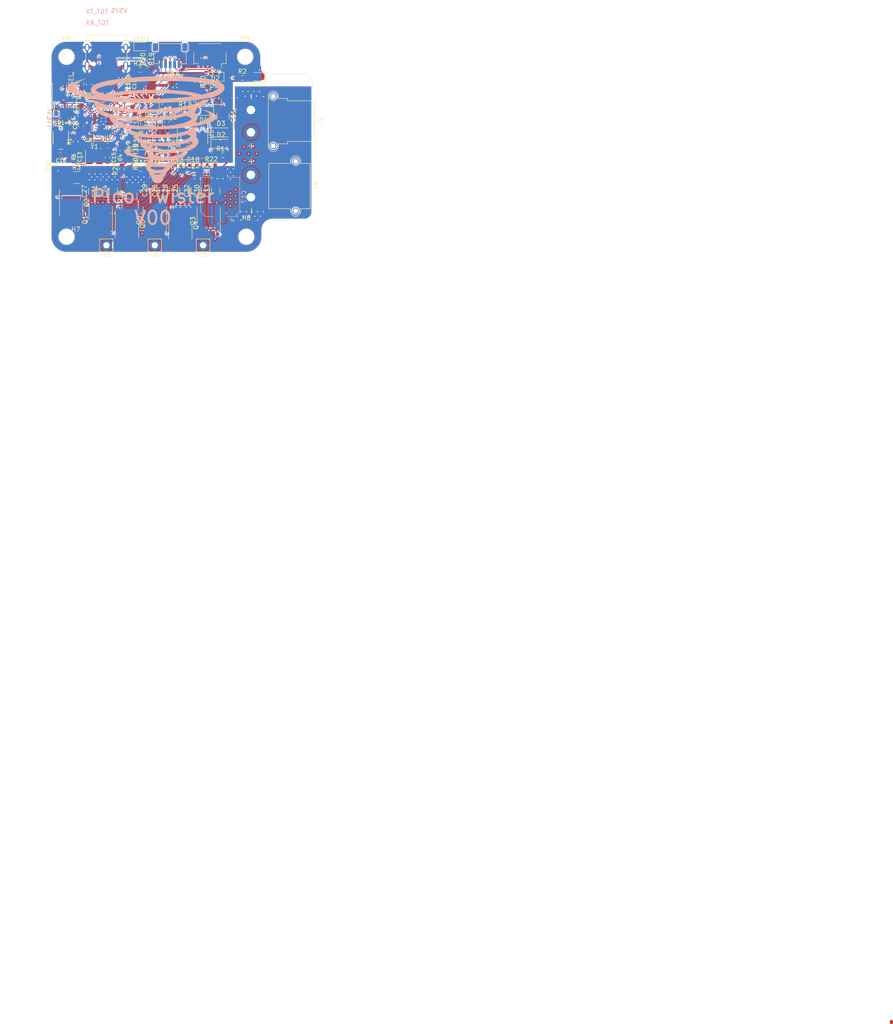
<source format=kicad_pcb>
(kicad_pcb (version 20221232) (generator pcbnew)
  (title_block (title "Raspberry Pi Pico Debugger Shoe") (date "2021-05-16") (rev "v02") (comment 2 "https://creativecommons.org/licenses/by/4.0/") (comment 3 "License: CC BY 4.0") (comment 4 "Author: Shawn Hymel"))
  (layers (0 "F.Cu" signal) (1 "In1.Cu" power) (2 "In2.Cu" power) (31 "B.Cu" signal) (34 "B.Paste" user) (35 "F.Paste" user) (36 "B.SilkS" user "B.Silkscreen") (37 "F.SilkS" user "F.Silkscreen") (38 "B.Mask" user) (39 "F.Mask" user) (44 "Edge.Cuts" user))
  (net 0 "")
  (net 1 "GND")
  (net 2 "+3V3")
  (net 3 "/+1.1V")
  (net 4 "/XIN")
  (net 5 "Net-(C15-Pad1)")
  (net 6 "/VBUS")
  (net 7 "Net-(U4-TC)")
  (net 8 "/USB_P")
  (net 9 "/USB_N")
  (net 10 "/RUN")
  (net 11 "/SWDIO")
  (net 12 "/SWCLK")
  (net 13 "/h-bridges/VB_U")
  (net 14 "/h-bridges/VS_U")
  (net 15 "Net-(J14-CC1)")
  (net 17 "Net-(J14-CC2)")
  (net 19 "VS")
  (net 20 "/h-bridges/HO_U")
  (net 21 "Net-(D5-K)")
  (net 22 "Net-(U1-USB_DP)")
  (net 23 "Net-(U1-USB_DM)")
  (net 24 "/XOUT")
  (net 25 "/USB_BOOT")
  (net 26 "/QSPI_CS")
  (net 27 "/QSPI_SD1")
  (net 28 "/QSPI_SD2")
  (net 29 "/QSPI_SD0")
  (net 30 "/QSPI_SCK")
  (net 31 "/QSPI_SD3")
  (net 32 "Net-(U4-DC)")
  (net 33 "Net-(U4-Vfb)")
  (net 34 "/GPIO13")
  (net 35 "/GPIO14_SDA")
  (net 36 "/GPIO15_SCL")
  (net 47 "V_in")
  (net 48 "/h-bridges/LO_U")
  (net 49 "ADC3")
  (net 50 "ADC2")
  (net 51 "V_SYS")
  (net 52 "/GPIO16")
  (net 53 "/GPIO2")
  (net 54 "/REG_OUT")
  (net 55 "Net-(LED3-A)")
  (net 56 "/h-bridges/VS_W")
  (net 57 "/h-bridges/VS_V")
  (net 58 "/h-bridges/VB_W")
  (net 59 "/h-bridges/VB_V")
  (net 60 "/h-bridges/LO_W")
  (net 61 "/h-bridges/LO_V")
  (net 62 "/h-bridges/HO_W")
  (net 63 "/h-bridges/HO_V")
  (net 64 "/V_HIN")
  (net 65 "/W_HIN")
  (net 66 "/U_LIN")
  (net 67 "/V_LIN")
  (net 68 "/W_LIN")
  (net 69 "/U_HIN")
  (net 70 "Net-(Q1-G)")
  (net 71 "Net-(Q2-G)")
  (net 72 "Net-(Q3-G)")
  (net 74 "/RX")
  (net 75 "/TX")
  (net 76 "/SDA")
  (net 77 "/SCL")
  (net 80 "unconnected-(U1-GPIO15)")
  (net 81 "unconnected-(U1-GPIO14)")
  (net 82 "Net-(Q5-G)")
  (net 83 "Net-(Q6-G)")
  (net 84 "Net-(Q4-G)")
  (net 86 "GNDPWR")
  (net 87 "VSENSE1B")
  (net 88 "VSENSE1A")
  (net 89 "Net-(U7A-+)")
  (net 90 "Net-(U7B-+)")
  (net 91 "Net-(U7A--)")
  (net 92 "Net-(U7B--)")
  (net 93 "Net-(LED1-A)")
  (footprint "Capacitor_SMD:C_0603_1608Metric_Pad1.08x0.95mm_HandSolder" (layer "F.Cu") (at 3.213 -24.66157 -90)
    (fp_text reference "C3")
    (fp_text value "0.1uF")
  )
  (footprint "Capacitor_SMD:C_0603_1608Metric_Pad1.08x0.95mm_HandSolder" (layer "F.Cu") (at 15.24 -22.98507 -90)
    (fp_text reference "C5")
    (fp_text value "0.1uF")
  )
  (footprint "Capacitor_SMD:C_0603_1608Metric_Pad1.08x0.95mm_HandSolder" (layer "F.Cu") (at 15.24 -26.41407 -90)
    (fp_text reference "C7")
    (fp_text value "0.1uF")
  )
  (footprint "Capacitor_SMD:C_0603_1608Metric_Pad1.08x0.95mm_HandSolder" (layer "F.Cu") (at 1.524 -17.78 90)
    (fp_text reference "C13")
    (fp_text value "27pF")
  )
  (footprint "Capacitor_SMD:C_0603_1608Metric_Pad1.08x0.95mm_HandSolder" (layer "F.Cu") (at 12.446 -19.2035 -90)
    (fp_text reference "C14")
    (fp_text value "1uF")
  )
  (footprint "Capacitor_SMD:C_0603_1608Metric_Pad1.08x0.95mm_HandSolder" (layer "F.Cu") (at 9.144 -17.6795 -90)
    (fp_text reference "C15")
    (fp_text value "27pF")
  )
  (footprint "Capacitor_SMD:C_0603_1608Metric_Pad1.08x0.95mm_HandSolder" (layer "F.Cu") (at -1.4235 -18.288 180)
    (fp_text reference "C16")
    (fp_text value "0.1uF")
  )
  (footprint "Resistor_SMD:R_0603_1608Metric_Pad0.98x0.95mm_HandSolder" (layer "F.Cu") (at 3.302 -34.036 -90)
    (fp_text reference "R8")
    (fp_text value "1K")
  )
  (footprint "Resistor_SMD:R_0603_1608Metric_Pad0.98x0.95mm_HandSolder" (layer "F.Cu") (at -1.4205 -25.908 180)
    (fp_text reference "R9")
    (fp_text value "10K")
  )
  (footprint "rp2040:RP2040" (layer "F.Cu") (at 8.713 -26.46157)
    (fp_text reference "U1")
    (fp_text value "RP2040" hide)
  )
  (footprint "Resistor_SMD:R_0603_1608Metric_Pad0.98x0.95mm_HandSolder" (layer "F.Cu") (at 2.023 -21.23357 -90)
    (fp_text reference "R1")
    (fp_text value "10K")
  )
  (footprint "Capacitor_SMD:C_0603_1608Metric_Pad1.08x0.95mm_HandSolder" (layer "F.Cu") (at 3.302 -28.3475 -90)
    (fp_text reference "C2")
    (fp_text value "0.1uF")
  )
  (footprint "Capacitor_SMD:C_0603_1608Metric_Pad1.08x0.95mm_HandSolder" (layer "F.Cu") (at 14.723 -29.76157 -90)
    (fp_text reference "C8")
    (fp_text value "0.1uF")
  )
  (footprint "Capacitor_SMD:C_0603_1608Metric_Pad1.08x0.95mm_HandSolder" (layer "F.Cu") (at 29.21 -31.369 90)
    (fp_text reference "C6")
    (fp_text value "1uF")
  )
  (footprint "Capacitor_SMD:C_0603_1608Metric_Pad1.08x0.95mm_HandSolder" (layer "F.Cu") (at 12.463 -33.96157 90)
    (fp_text reference "C10")
    (fp_text value "1uF")
  )
  (footprint "Capacitor_SMD:C_0603_1608Metric_Pad1.08x0.95mm_HandSolder" (layer "F.Cu") (at 4.963 -33.96157 90)
    (fp_text reference "C9")
    (fp_text value "0.1uF")
  )
  (footprint "Capacitor_SMD:C_0603_1608Metric_Pad1.08x0.95mm_HandSolder" (layer "F.Cu") (at 6.463 -33.96157 90)
    (fp_text reference "C1")
    (fp_text value "0.1uF")
  )
  (footprint "Resistor_SMD:R_0603_1608Metric_Pad0.98x0.95mm_HandSolder" (layer "F.Cu") (at 9.463 -33.96157 -90)
    (fp_text reference "R5")
    (fp_text value "27")
  )
  (footprint "Resistor_SMD:R_0603_1608Metric_Pad0.98x0.95mm_HandSolder" (layer "F.Cu") (at 7.963 -33.96157 -90)
    (fp_text reference "R4")
    (fp_text value "27")
  )
  (footprint "Capacitor_SMD:C_0603_1608Metric_Pad1.08x0.95mm_HandSolder" (layer "F.Cu") (at 10.963 -33.96157 90)
    (fp_text reference "C12")
    (fp_text value "1uF")
  )
  (footprint "Resistor_SMD:R_0603_1608Metric_Pad0.98x0.95mm_HandSolder" (layer "F.Cu") (at 5.715 -20.32)
    (fp_text reference "R7")
    (fp_text value "1K")
  )
  (footprint "PTS810 SJK 250 SMTR LFS:PTS810 SJK 250 SMTR LFS" (layer "F.Cu") (at -1.27 -22.055 -90)
    (fp_text reference "SW1")
    (fp_text value "PTS810_SJK_250_SMTR_LFS")
  )
  (footprint "Crystal:Crystal_SMD_3225-4Pin_3.2x2.5mm" (layer "F.Cu") (at 6.223 -17.653)
    (fp_text reference "Y1")
    (fp_text value "Crystal_GND2")
  )
  (footprint "Capacitor_SMD:C_1206_3216Metric" (layer "F.Cu") (at 17.399 -25.527 90)
    (fp_text reference "C19")
    (fp_text value "100uF")
  )
  (footprint "Resistor_SMD:R_0603_1608Metric" (layer "F.Cu") (at 26.416 -29.591 180)
    (fp_text reference "R11")
    (fp_text value "2.4k")
  )
  (footprint "Package_SO:SOIC-8_3.9x4.9mm_P1.27mm" (layer "F.Cu") (at 24.186 -33.12)
    (fp_text reference "U4")
    (fp_text value "MC34063AD")
  )
  (footprint "rpi-pico-debugger-shoe:SCCD43" (layer "F.Cu") (at 17.458 -33.782 -90)
    (fp_text reference "L1")
    (fp_text value "220uH")
  )
  (footprint "Resistor_SMD:R_0603_1608Metric" (layer "F.Cu") (at 26.416 -28.067)
    (fp_text reference "R12")
    (fp_text value "13K")
  )
  (footprint "Resistor_SMD:R_0603_1608Metric" (layer "F.Cu") (at 29.083 -34.544 -90)
    (fp_text reference "R10")
    (fp_text value "1")
  )
  (footprint "MountingHole:MountingHole_3.2mm_M3" (layer "F.Cu") (at 0 0)
    (fp_text reference "H7")
    (fp_text value "MountingHole")
  )
  (footprint "MountingHole:MountingHole_3.2mm_M3" (layer "F.Cu") (at 40.132 0)
    (fp_text reference "H8")
    (fp_text value "MountingHole")
  )
  (footprint "Resistor_SMD:R_0603_1608Metric_Pad0.98x0.95mm_HandSolder" (layer "F.Cu") (at 3.048 -17.78 90)
    (fp_text reference "R6")
    (fp_text value "DNP")
  )
  (footprint "Capacitor_SMD:C_0603_1608Metric_Pad1.08x0.95mm_HandSolder" (layer "F.Cu") (at 10.795 -17.653 -90)
    (fp_text reference "C4")
    (fp_text value "0.1uF")
  )
  (footprint "Capacitor_SMD:C_0603_1608Metric_Pad1.08x0.95mm_HandSolder" (layer "F.Cu") (at 9.1615 -20.32 180)
    (fp_text reference "C11")
    (fp_text value "0.1uF")
  )
  (footprint "Capacitor_SMD:C_0603_1608Metric" (layer "F.Cu") (at 23.228 -29.591 180)
    (fp_text reference "C18")
    (fp_text value "470pF")
  )
  (footprint "W25Q16JVSSIQ:SOIC127P790X216-8N" (layer "F.Cu") (at -0.508 -31.496 -90)
    (fp_text reference "U3")
    (fp_text value "W25Q16JVSSIQ")
  )
  (footprint "LED_SMD:LED_0805_2012Metric" (layer "F.Cu") (at 42.7505 -35.687 180)
    (fp_text reference "LED1")
    (fp_text value "150060VS75000")
  )
  (footprint "Capacitor_SMD:C_1210_3225Metric" (layer "F.Cu") (at 34.925 -26.875 -90)
    (fp_text reference "C$1")
    (fp_text value "4.7uF 100V")
  )
  (footprint "Resistor_SMD:R_1210_3225Metric" (layer "F.Cu") (at 2.2205 -13.208)
    (fp_text reference "R3")
    (fp_text value "0.001")
  )
  (footprint "Capacitor_SMD:C_1206_3216Metric" (layer "F.Cu") (at 10.414 -10.121 90)
    (fp_text reference "C24")
    (fp_text value "10uF 50V")
  )
  (footprint "Capacitor_SMD:C_0603_1608Metric" (layer "F.Cu") (at 31.49 -17.37443 180)
    (fp_text reference "C23")
    (fp_text value "0.1u")
  )
  (footprint "Capacitor_SMD:C_1206_3216Metric" (layer "F.Cu") (at 8.128 -10.121 90)
    (fp_text reference "C31")
    (fp_text value "10uF 50V")
  )
  (footprint "Resistor_SMD:R_0603_1608Metric" (layer "F.Cu") (at 23.622 -21.336 -90)
    (fp_text reference "R23")
    (fp_text value "10R")
  )
  (footprint "Capacitor_SMD:C_1206_3216Metric" (layer "F.Cu") (at 21.59 -10.287 90)
    (fp_text reference "C26")
    (fp_text value "10uF 50V")
  )
  (footprint "Capacitor_SMD:C_1206_3216Metric" (layer "F.Cu") (at 5.842 -10.121 90)
    (fp_text reference "C27")
    (fp_text value "10uF 50V")
  )
  (footprint "Capacitor_SMD:C_1206_3216Metric" (layer "F.Cu") (at 28.702 -10.241 90)
    (fp_text reference "C32")
    (fp_text value "10uF 50V")
  )
  (footprint "Capacitor_SMD:C_0603_1608Metric" (layer "F.Cu") (at 13.97 -16.243 -90)
    (fp_text reference "R30")
    (fp_text value "0.1uF")
  )
  (footprint "my_stuff:DFN-8-1EP_6x5mm_P1.27mm_EP4x4mm" (layer "F.Cu") (at 25.4 -2.54 -90)
    (fp_text reference "Q4")
    (fp_text value "Q_NMOS_GDS")
  )
  (footprint "Connector_JST:JST_SH_SM05B-SRSS-TB_1x05-1MP_P1.00mm_Horizontal" (layer "F.Cu") (at 23.114 -40.386 180)
    (fp_text reference "J8")
    (fp_text value "Conn_01x05_Female")
  )
  (footprint "Package_SO:MSOP-8_3x3mm_P0.65mm" (layer "F.Cu") (at 18.034 -17.78)
    (fp_text reference "U7")
    (fp_text value "LM358")
  )
  (footprint "Diode_SMD:D_SOD-123" (layer "F.Cu") (at 34.472 -23.26557)
    (fp_text reference "D3")
    (fp_text value "B5819W")
  )
  (footprint "Capacitor_SMD:C_0603_1608Metric" (layer "F.Cu") (at 25.146 -17.272 180)
    (fp_text reference "C20")
    (fp_text value "0.1u")
  )
  (footprint "Resistor_SMD:R_0603_1608Metric" (layer "F.Cu") (at -2.489467 -16.115912 90)
    (fp_text reference "FB1")
    (fp_text value "FerriteBead")
  )
  (footprint "Capacitor_SMD:C_1206_3216Metric" (layer "F.Cu") (at 19.304 -10.336 90)
    (fp_text reference "C29")
    (fp_text value "10uF 50V")
  )
  (footprint "Resistor_SMD:R_0603_1608Metric_Pad0.98x0.95mm_HandSolder" (layer "F.Cu") (at 20.8545 -25.654 90)
    (fp_text reference "R17")
    (fp_text value "4.7K")
  )
  (footprint "Resistor_SMD:R_0603_1608Metric" (layer "F.Cu") (at 21.971 -21.336 -90)
    (fp_text reference "R21")
    (fp_text value "10R")
  )
  (footprint "Resistor_SMD:R_0603_1608Metric" (layer "F.Cu") (at 17.526 -39.624 -90)
    (fp_text reference "R19")
    (fp_text value "5.1k")
  )
  (footprint "Connector_Pin:Pin_D1.4mm_L8.5mm_W2.8mm_FlatFork" (layer "F.Cu") (at 30.48 1.905)
    (fp_text reference "J7")
    (fp_text value "Conn_01x01_Female")
  )
  (footprint "Capacitor_SMD:C_0603_1608Metric" (layer "F.Cu") (at 18.669 -21.336 90)
    (fp_text reference "R37")
    (fp_text value "0.1uF")
  )
  (footprint "Connector_AMASS:AMASS_XT30PW-F_1x02_P2.50mm_Horizontal" (layer "F.Cu") (at 41.148 -28.281 -90)
    (fp_text reference "J1")
    (fp_text value "Conn_01x02_Female")
  )
  (footprint "Diode_SMD:D_SOD-123" (layer "F.Cu") (at 32.893 -35.687 180)
    (fp_text reference "D1")
    (fp_text value "B5819W SL")
  )
  (footprint "my_stuff:DFN-8-1EP_6x5mm_P1.27mm_EP4x4mm" (layer "F.Cu") (at 19.685 -3.683 90)
    (fp_text reference "Q5")
    (fp_text value "Q_NMOS_GDS")
  )
  (footprint "Capacitor_SMD:C_0603_1608Metric_Pad1.08x0.95mm_HandSolder" (layer "F.Cu") (at 22.3785 -25.654 90)
    (fp_text reference "C34")
    (fp_text value "0.1uF")
  )
  (footprint "Diode_SMD:D_SOD-123" (layer "F.Cu") (at 34.472 -20.72557)
    (fp_text reference "D2")
    (fp_text value "B5819W")
  )
  (footprint "Resistor_SMD:R_0603_1608Metric" (layer "F.Cu") (at 24.701 -15.748)
    (fp_text reference "R13")
    (fp_text value "10R")
  )
  (footprint "Resistor_SMD:R_0603_1608Metric" (layer "F.Cu") (at 19.812 -15.113)
    (fp_text reference "R36")
    (fp_text value "133k")
  )
  (footprint "Capacitor_SMD:C_0603_1608Metric" (layer "F.Cu") (at 20.32 -21.336 90)
    (fp_text reference "R33")
    (fp_text value "0.1uF")
  )
  (footprint "Resistor_SMD:R_1210_3225Metric" (layer "F.Cu") (at 14.351 -9.017 90)
    (fp_text reference "R26")
    (fp_text value "0.001")
  )
  (footprint "my_stuff:DFN-8-1EP_6x5mm_P1.27mm_EP4x4mm" (layer "F.Cu") (at 31.726 -3.54 90)
    (fp_text reference "Q3")
    (fp_text value "Q_NMOS_GDS")
  )
  (footprint "Capacitor_SMD:C_0603_1608Metric" (layer "F.Cu") (at 28.27 -17.272 180)
    (fp_text reference "C22")
    (fp_text value "0.1u")
  )
  (footprint "MountingHole:MountingHole_3.2mm_M3" (layer "F.Cu") (at 0 -40.132)
    (fp_text reference "H6")
    (fp_text value "MountingHole")
  )
  (footprint "Resistor_SMD:R_0603_1608Metric_Pad0.98x0.95mm_HandSolder" (layer "F.Cu") (at 19.3305 -25.6305 90)
    (fp_text reference "R16")
    (fp_text value "4.7k")
  )
  (footprint "Resistor_SMD:R_0603_1608Metric" (layer "F.Cu") (at 17.018 -21.336 90)
    (fp_text reference "R32")
    (fp_text value "4.64k")
  )
  (footprint "Resistor_SMD:R_0603_1608Metric" (layer "F.Cu") (at 28.257 -15.748)
    (fp_text reference "R18")
    (fp_text value "10R")
  )
  (footprint "Resistor_SMD:R_0603_1608Metric" (layer "F.Cu") (at 32.321 -15.875)
    (fp_text reference "R22")
    (fp_text value "10R")
  )
  (footprint "my_stuff:DFN-8-1EP_6x5mm_P1.27mm_EP4x4mm" (layer "F.Cu") (at 7.612 -3.794 90)
    (fp_text reference "Q1")
    (fp_text value "Q_NMOS_GDS")
  )
  (footprint "Connector_AMASS:AMASS_XT30PW-M_1x02_P2.50mm_Horizontal" (layer "F.Cu") (at 41.148 -8.803 -90)
    (fp_text reference "J4")
    (fp_text value "Conn_01x02_Male")
  )
  (footprint "my_stuff:DFN-8-1EP_6x5mm_P1.27mm_EP4x4mm" (layer "F.Cu") (at 1.016 -7.62 -90)
    (fp_text reference "Q2")
    (fp_text value "Q_NMOS_GDS")
  )
  (footprint "Resistor_SMD:R_0603_1608Metric" (layer "F.Cu") (at 34.861 -18.161)
    (fp_text reference "R14")
    (fp_text value "10R")
  )
  (footprint "Resistor_SMD:R_0603_1608Metric" (layer "F.Cu") (at 22.098 -18.351 90)
    (fp_text reference "R34")
    (fp_text value "4.64k")
  )
  (footprint "Capacitor_SMD:C_1206_3216Metric" (layer "F.Cu") (at 23.876 -10.287 90)
    (fp_text reference "C28")
    (fp_text value "10uF 50V")
  )
  (footprint "MountingHole:MountingHole_3.2mm_M3" (layer "F.Cu") (at 39.878 -40.132)
    (fp_text reference "H5")
    (fp_text value "MountingHole")
  )
  (footprint "Capacitor_SMD:C_1206_3216Metric" (layer "F.Cu") (at 33.274 -10.241 90)
    (fp_text reference "C33")
    (fp_text value "10uF 50V")
  )
  (footprint "Package_SO:TSSOP-20_4.4x6.5mm_P0.65mm" (layer "F.Cu") (at 28.122 -22.88457 -90)
    (fp_text reference "U5")
    (fp_text value "EG2133")
  )
  (footprint "Connector_USB:USB_C_Receptacle_XKB_U262-16XN-4BVC11" (layer "F.Cu") (at 8.89 -41.148 180)
    (fp_text reference "J14")
    (fp_text value "USB_C_Receptacle_USB2.0")
  )
  (footprint "Capacitor_SMD:C_1206_3216Metric" (layer "F.Cu") (at 26.162 -10.287 90)
    (fp_text reference "C25")
    (fp_text value "10uF 50V")
  )
  (footprint "Resistor_SMD:R_0603_1608Metric" (layer "F.Cu") (at 16.51 -15.113)
    (fp_text reference "R31")
    (fp_text value "499R")
  )
  (footprint "Package_TO_SOT_SMD:SOT-89-3" (layer "F.Cu") (at 32.893 -31.877)
    (fp_text reference "U2")
    (fp_text value "HT75xx-1-SOT89")
  )
  (footprint "LED_SMD:LED_0805_2012Metric" (layer "F.Cu") (at 16.6855 -42.418)
    (fp_text reference "LED3")
    (fp_text value "150060VS75000")
  )
  (footprint "Resistor_SMD:R_0603_1608Metric" (layer "F.Cu") (at 13.97 -19.304 -90)
    (fp_text reference "R35")
    (fp_text value "133k")
  )
  (footprint "Diode_SMD:D_SOD-123" (layer "F.Cu") (at 18.416 -29.21 180)
    (fp_text reference "D5")
    (fp_text value "B5819W")
  )
  (footprint "Resistor_SMD:R_0603_1608Metric" (layer "F.Cu") (at 39.243 -35.433)
    (fp_text reference "R2")
    (fp_text value "1K")
  )
  (footprint "Connector_Pin:Pin_D1.4mm_L8.5mm_W2.8mm_FlatFork" (layer "F.Cu") (at 19.685 1.905)
    (fp_text reference "J6")
    (fp_text value "Conn_01x01_Female")
  )
  (footprint "Capacitor_SMD:C_1206_3216Metric" (layer "F.Cu") (at 30.988 -10.241 90)
    (fp_text reference "C30")
    (fp_text value "10uF 50V")
  )
  (footprint "Capacitor_SMD:C_0603_1608Metric" (layer "F.Cu") (at 23.228 -28.067 180)
    (fp_text reference "C21")
    (fp_text value "0.1u")
  )
  (footprint "Resistor_SMD:R_0603_1608Metric" (layer "F.Cu") (at 12.319 -15.113 90)
    (fp_text reference "R28")
    (fp_text value "499R")
  )
  (footprint "Diode_SMD:D_SOD-123" (layer "F.Cu") (at 30.607 -28.067 180)
    (fp_text reference "D4")
    (fp_text value "B5819W")
  )
  (footprint "Resistor_SMD:R_0603_1608Metric_Pad0.98x0.95mm_HandSolder" (layer "F.Cu") (at 16.383 -37.211)
    (fp_text reference "R24")
    (fp_text value "1K")
  )
  (footprint "Connector_JST:JST_SH_SM05B-SRSS-TB_1x05-1MP_P1.00mm_Horizontal" (layer "F.Cu") (at 32.004 -40.386 180)
    (fp_text reference "J3")
    (fp_text value "Conn_01x05_Female")
  )
  (footprint "Resistor_SMD:R_0603_1608Metric" (layer "F.Cu") (at 15.621 -39.624 -90)
    (fp_text reference "R20")
    (fp_text value "5.1k")
  )
  (footprint "my_stuff:DFN-8-1EP_6x5mm_P1.27mm_EP4x4mm" (layer "F.Cu") (at 13.47 -2.81 -90)
    (fp_text reference "Q6")
    (fp_text value "Q_NMOS_GDS")
  )
  (footprint "Connector_Pin:Pin_D1.4mm_L8.5mm_W2.8mm_FlatFork" (layer "F.Cu") (at 8.89 1.905)
    (fp_text reference "J5")
    (fp_text value "Conn_01x01_Female")
  )
  (footprint "Capacitor_SMD:CP_Elec_8x10.5" (layer "B.Cu") (at 34.29 -8.89 90)
    (fp_text reference "C17")
    (fp_text value "100uF")
  )
  (footprint "Jumper:SolderJumper-2_P1.3mm_Bridged_RoundedPad1.0x1.5mm" (layer "B.Cu") (at 28.59 -28.194 180)
    (fp_text reference "JP3")
    (fp_text value "SolderJumper_2_Bridged")
  )
  (footprint "Jumper:SolderJumper-2_P1.3mm_Bridged_RoundedPad1.0x1.5mm" (layer "B.Cu") (at 22.606 -27.544 90)
    (fp_text reference "JP1")
    (fp_text value "SolderJumper_2_Bridged")
  )
  (footprint "TestPoint:TestPoint_Pad_1.0x1.0mm" (layer "B.Cu") (at -2.286 -25.402 -90)
    (fp_text reference "J11")
    (fp_text value "Conn_01x01_Male")
  )
  (footprint "TestPoint:TestPoint_Pad_1.0x1.0mm" (layer "B.Cu") (at -2.286 -27.432 -90)
    (fp_text reference "J12")
    (fp_text value "Conn_01x01_Male")
  )
  (footprint "Package_SO:SOIC-8_3.9x4.9mm_P1.27mm" (layer "B.Cu") (at 20.193 -20.131 90)
    (fp_text reference "U6")
    (fp_text value "AS5600")
  )
  (footprint "LOGO" (layer "B.Cu") (at 17.78 -23.876 180)
    (fp_text reference "G***")
    (fp_text value "LOGO" hide)
  )
  (footprint "Connector_JST:JST_SH_SM05B-SRSS-TB_1x05-1MP_P1.00mm_Horizontal" (layer "B.Cu") (at 23.114 -40.386)
    (fp_text reference "J2")
    (fp_text value "Conn_01x05_Female")
  )
  (gr_circle (center 21.908996 -24.765) (end 21.908996 -24.765) (stroke (width 0.12)) (fill none) (layer "B.SilkS"))
  (gr_line (start -3.556 -40.132) (end -3.556 0) (stroke (width 0.05)) (layer "Edge.Cuts"))
  (gr_arc (start 43.688 -1.524) (mid 44.357554 -3.140446) (end 45.974 -3.81) (stroke (width 0.05)) (layer "Edge.Cuts"))
  (gr_line (start 43.688 0) (end 43.688 -1.524) (stroke (width 0.05)) (layer "Edge.Cuts"))
  (gr_arc (start 54.864 -5.588) (mid 54.343236 -4.330764) (end 53.086 -3.81) (stroke (width 0.05)) (layer "Edge.Cuts"))
  (gr_arc (start 45.974 -36.322) (mid 44.177949 -37.065949) (end 43.434 -38.862) (stroke (width 0.05)) (layer "Edge.Cuts"))
  (gr_arc (start 43.688 0) (mid 42.646472 2.514472) (end 40.132 3.556) (stroke (width 0.05)) (layer "Edge.Cuts"))
  (gr_line (start 54.864 -5.588) (end 54.864 -34.544) (stroke (width 0.05)) (layer "Edge.Cuts"))
  (gr_line (start 43.434 -38.862) (end 43.434 -40.132) (stroke (width 0.05)) (layer "Edge.Cuts"))
  (gr_line (start 53.086 -36.322) (end 45.974 -36.322) (stroke (width 0.05)) (layer "Edge.Cuts"))
  (gr_arc (start 39.878 -43.688) (mid 42.392472 -42.646472) (end 43.434 -40.132) (stroke (width 0.05)) (layer "Edge.Cuts"))
  (gr_line (start 0 3.556) (end 40.132 3.556) (stroke (width 0.05)) (layer "Edge.Cuts"))
  (gr_arc (start 0 3.556) (mid -2.514472 2.514472) (end -3.556 0) (stroke (width 0.05)) (layer "Edge.Cuts"))
  (gr_line (start 45.974 -3.81) (end 53.086 -3.81) (stroke (width 0.05)) (layer "Edge.Cuts"))
  (gr_line (start 39.878 -43.688) (end 0 -43.688) (stroke (width 0.05)) (layer "Edge.Cuts"))
  (gr_arc (start -3.556 -40.132) (mid -2.514472 -42.646472) (end 0 -43.688) (stroke (width 0.05)) (layer "Edge.Cuts"))
  (gr_arc (start 53.086 -36.322) (mid 54.343236 -35.801236) (end 54.864 -34.544) (stroke (width 0.05)) (layer "Edge.Cuts"))
  (gr_text "TGT_TX" (at 4.158 -50.208) (layer "B.SilkS") (effects (font (size 1 1)) (justify right mirror)))
  (gr_text "TGT_RX" (at 4.158 -47.708) (layer "B.SilkS") (effects (font (size 1 1)) (justify right mirror)))
  (gr_text "Pico Twister\nV00" (at 19.304 -6.604) (layer "B.SilkS") (effects (font (size 3 3) (thickness 0.45))))
  (gr_text "VSYS" (at 11.698 -50.408) (layer "B.SilkS") (effects (font (size 1 1)) (justify mirror)))
  (gr_text "BTSEL" (at 1.016 -34.186 90) (layer "F.SilkS") (effects (font (size 1 1))))
  (gr_text "*" (at 18.915 -30.389) (layer "F.SilkS") (effects (font (size 1.5 1.5) (thickness 0.3))))
  (segment (start 184.15 175.26) (end 184.15 175.006) (width 0.72) (layer "F.Cu") (net 0))
  (segment (start 7.697 -24.19557) (end 8.219 -24.19557) (width 0.18) (layer "F.Cu") (net 1))
  (segment (start 23.309163 -26.032402) (end 22.825065 -26.5165) (width 0.18) (layer "F.Cu") (net 1))
  (segment (start 2.73793 -26.924) (end 3.213 -27.39907) (width 0.18) (layer "F.Cu") (net 1))
  (segment (start 25.647 -30.106) (end 25.019 -30.734) (width 0.46) (layer "F.Cu") (net 1))
  (segment (start 20.32 -22.111) (end 18.669 -22.111) (width 0.3) (layer "F.Cu") (net 1))
  (segment (start 30.004 -39.846) (end 29.972 -39.878) (width 0.46) (layer "F.Cu") (net 1))
  (segment (start 17.793 -22.111) (end 17.793 -21.222) (width 0.3) (layer "F.Cu") (net 1))
  (segment (start 17.793 -22.111) (end 17.068 -22.111) (width 0.3) (layer "F.Cu") (net 1))
  (segment (start 7.697 -24.19557) (end 7.697 -25.44557) (width 0.18) (layer "F.Cu") (net 1))
  (segment (start 30.004 -38.386) (end 30.004 -39.846) (width 0.46) (layer "F.Cu") (net 1))
  (segment (start 29.1835 -32.2315) (end 28.448 -31.496) (width 0.72) (layer "F.Cu") (net 1))
  (segment (start 7.62 -19.685) (end 7.664 -19.685) (width 0.46) (layer "F.Cu") (net 1))
  (segment (start 22.3785 -26.5165) (end 22.3785 -26.907074) (width 0.18) (layer "F.Cu") (net 1))
  (segment (start 26.325539 -26.79409) (end 24.88909 -26.79409) (width 0.18) (layer "F.Cu") (net 1))
  (segment (start 16.766 -29.21) (end 16.766 -29.843) (width 0.3) (layer "F.Cu") (net 1))
  (segment (start 18.669 -22.111) (end 17.793 -22.111) (width 0.3) (layer "F.Cu") (net 1))
  (segment (start 7.697 -23.05797) (end 7.697 -24.19557) (width 0.18) (layer "F.Cu") (net 1))
  (segment (start 15.27843 -22.161) (end 15.24 -22.12257) (width 0.3) (layer "F.Cu") (net 1))
  (segment (start 15.888767 -26.396586) (end 15.24 -25.747819) (width 0.18) (layer "F.Cu") (net 1))
  (segment (start 16.766 -29.843) (end 16.51 -30.099) (width 0.3) (layer "F.Cu") (net 1))
  (segment (start 22.825065 -26.5165) (end 22.3785 -26.5165) (width 0.18) (layer "F.Cu") (net 1))
  (segment (start 16.51 -30.099) (end 15.748 -30.099) (width 0.3) (layer "F.Cu") (net 1))
  (segment (start 17.018 -22.161) (end 15.27843 -22.161) (width 0.3) (layer "F.Cu") (net 1))
  (segment (start 7.664 -19.685) (end 8.299 -20.32) (width 0.46) (layer "F.Cu") (net 1))
  (segment (start 25.647 -29.564) (end 25.647 -30.106) (width 0.46) (layer "F.Cu") (net 1))
  (segment (start 26.497 -25.74707) (end 26.497 -26.622629) (width 0.18) (layer "F.Cu") (net 1))
  (segment (start 21.363 -29.564) (end 21.336 -29.591) (width 0.46) (layer "F.Cu") (net 1))
  (segment (start 17.068 -22.111) (end 17.018 -22.161) (width 0.3) (layer "F.Cu") (net 1))
  (segment (start 26.497 -26.622629) (end 26.325539 -26.79409) (width 0.18) (layer "F.Cu") (net 1))
  (segment (start 15.748 -30.099) (end 14.723 -29.074) (width 0.3) (layer "F.Cu") (net 1))
  (segment (start 24.88909 -26.79409) (end 24.384 -26.289) (width 0.18) (layer "F.Cu") (net 1))
  (segment (start 22.098 -19.176) (end 23.113 -19.176) (width 0.3) (layer "F.Cu") (net 1))
  (segment (start 22.395 -29.564) (end 21.363 -29.564) (width 0.46) (layer "F.Cu") (net 1))
  (segment (start 14.723 -29.074) (end 14.723 -28.89907) (width 0.3) (layer "F.Cu") (net 1))
  (segment (start 15.24 -25.747819) (end 15.24 -25.55157) (width 0.18) (layer "F.Cu") (net 1))
  (segment (start 13.97 -15.494) (end 15.281 -16.805) (width 0.3) (layer "F.Cu") (net 1))
  (segment (start 13.97 -15.468) (end 13.97 -15.494) (width 0.3) (layer "F.Cu") (net 1))
  (segment (start 43.688 -36.576) (end 43.053 -37.211) (width 0.3) (layer "F.Cu") (net 1))
  (segment (start 2.54 -26.924) (end 2.73793 -26.924) (width 0.18) (layer "F.Cu") (net 1))
  (segment (start 23.113 -19.176) (end 23.114 -19.177) (width 0.3) (layer "F.Cu") (net 1))
  (segment (start 6.463 -34.82407) (end 4.963 -34.82407) (width 0.18) (layer "F.Cu") (net 1))
  (segment (start 7.697 -25.44557) (end 8.713 -26.46157) (width 0.18) (layer "F.Cu") (net 1))
  (segment (start 15.281 -16.805) (end 15.9215 -16.805) (width 0.3) (layer "F.Cu") (net 1))
  (segment (start 43.688 -35.687) (end 43.688 -36.576) (width 0.3) (layer "F.Cu") (net 1))
  (segment (start 8.219 -24.19557) (end 8.373 -24.04157) (width 0.18) (layer "F.Cu") (net 1))
  (via (at 16.573508 -29.146492) (size 0.508) (drill 0.254) (layers "F.Cu" "B.Cu") (net 1))
  (via (at 8.713 -26.46157) (size 0.508) (drill 0.254) (layers "F.Cu" "B.Cu") (net 1))
  (via (at 2.54 -26.924) (size 0.508) (drill 0.254) (layers "F.Cu" "B.Cu") (net 1))
  (via (at 7.713 -26.46157) (size 0.508) (drill 0.254) (layers "F.Cu" "B.Cu") (net 1))
  (via (at 28.448 -31.496) (size 0.508) (drill 0.254) (layers "F.Cu" "B.Cu") (net 1))
  (via (at 14.351 -43.324) (size 0.508) (drill 0.254) (layers "F.Cu" "B.Cu") (net 1))
  (via (at -0.635 -30.48) (size 0.508) (drill 0.254) (layers "F.Cu" "B.Cu") (net 1))
  (via (at 23.309163 -26.032402) (size 0.508) (drill 0.254) (layers "F.Cu" "B.Cu") (net 1))
  (via (at 17.850738 -21.227616) (size 0.508) (drill 0.254) (layers "F.Cu" "B.Cu") (net 1))
  (via (at 25.019 -30.734) (size 0.508) (drill 0.254) (layers "F.Cu" "B.Cu") (net 1))
  (via (at 7.62 -19.685) (size 0.508) (drill 0.254) (layers "F.Cu" "B.Cu") (net 1))
  (via (at 23.114 -19.177) (size 0.508) (drill 0.254) (layers "F.Cu" "B.Cu") (net 1))
  (via (at 14.209219 -32.650547) (size 0.508) (drill 0.254) (layers "F.Cu" "B.Cu") (net 1))
  (via (at 21.336 -29.591) (size 0.508) (drill 0.254) (layers "F.Cu" "B.Cu") (net 1))
  (via (at 43.053 -37.211) (size 0.508) (drill 0.254) (layers "F.Cu" "B.Cu") (net 1))
  (via (at 15.888767 -26.396586) (size 0.508) (drill 0.254) (layers "F.Cu" "B.Cu") (net 1))
  (via (at 24.511 -34.036) (size 0.508) (drill 0.254) (layers "F.Cu" "B.Cu") (net 1))
  (via (at 23.749 -33.274) (size 0.508) (drill 0.254) (layers "F.Cu" "B.Cu") (net 1))
  (via (at 32.639 -34.671) (size 0.508) (drill 0.254) (layers "F.Cu" "B.Cu") (net 1))
  (via (at 25.146 -39.6345) (size 0.508) (drill 0.254) (layers "F.Cu" "B.Cu") (net 1))
  (via (at 4.953 -22.987) (size 0.508) (drill 0.254) (layers "F.Cu" "B.Cu") (net 1))
  (via (at 8.763 -27.21157) (size 0.508) (drill 0.254) (layers "F.Cu" "B.Cu") (net 1))
  (via (at 11.938 -17.399) (size 0.508) (drill 0.254) (layers "F.Cu" "B.Cu") (net 1))
  (via (at 24.638 -33.274) (size 0.508) (drill 0.254) (layers "F.Cu" "B.Cu") (net 1))
  (via (at 34.544 -19.558) (size 0.508) (drill 0.254) (layers "F.Cu" "B.Cu") (net 1))
  (via (at 8.713 -25.71157) (size 0.508) (drill 0.254) (layers "F.Cu" "B.Cu") (net 1))
  (via (at 33.147 -33.655) (size 0.508) (drill 0.254) (layers "F.Cu" "B.Cu") (net 1))
  (via (at 11.675 -35.45757) (size 0.508) (drill 0.254) (layers "F.Cu" "B.Cu") (net 1))
  (via (at 14.224 -33.02) (size 0.508) (drill 0.254) (layers "F.Cu" "B.Cu") (net 1))
  (via (at 8.373 -24.04157) (size 0.508) (drill 0.254) (layers "F.Cu" "B.Cu") (net 1))
  (via (at 17.78 -17.018) (size 0.508) (drill 0.254) (layers "F.Cu" "B.Cu") (net 1))
  (via (at 11.167 -19.96357) (size 0.508) (drill 0.254) (layers "F.Cu" "B.Cu") (net 1))
  (via (at 29.972 -39.878) (size 0.508) (drill 0.254) (layers "F.Cu" "B.Cu") (net 1))
  (via (at 32.512 -35.687) (size 0.508) (drill 0.254) (layers "F.Cu" "B.Cu") (net 1))
  (via (at 7.713 -25.71157) (size 0.508) (drill 0.254) (layers "F.Cu" "B.Cu") (net 1))
  (via (at 8.255 -25.146) (size 0.508) (drill 0.254) (layers "F.Cu" "B.Cu") (net 1))
  (via (at 34.29 -21.59) (size 0.508) (drill 0.254) (layers "F.Cu" "B.Cu") (net 1))
  (segment (start 17.396 -17.656) (end 17.018 -18.034) (width 0.18) (layer "B.Cu") (net 1))
  (segment (start 25.114 -39.6025) (end 25.146 -39.6345) (width 0.46) (layer "B.Cu") (net 1))
  (segment (start 18.288 -17.656) (end 17.396 -17.656) (width 0.18) (layer "B.Cu") (net 1))
  (segment (start 25.114 -38.386) (end 25.114 -39.6025) (width 0.46) (layer "B.Cu") (net 1))
  (segment (start 11.43 -20.828) (end 12.22043 -20.828) (width 0.18) (layer "F.Cu") (net 2))
  (segment (start 32.361 -30.377) (end 31.243 -30.377) (width 0.46) (layer "F.Cu") (net 2))
  (segment (start -0.561 -17.579) (end -0.508 -17.526) (width 0.46) (layer "F.Cu") (net 2))
  (segment (start 9.220502 -30.754068) (end 8.9162 -30.754068) (width 0.18) (layer "F.Cu") (net 2))
  (segment (start 1.524 -23.114) (end 1.524 -22.64507) (width 0.46) (layer "F.Cu") (net 2))
  (segment (start 7.013 -31.76157) (end 6.463 -32.31157) (width 0.18) (layer "F.Cu") (net 2))
  (segment (start 8.9162 -29.86517) (end 8.9162 -30.754068) (width 0.18) (layer "F.Cu") (net 2))
  (segment (start 31.243 -29.465) (end 31.242 -29.464) (width 0.46) (layer "F.Cu") (net 2))
  (segment (start 10.9482 -30.631072) (end 12.463 -32.145872) (width 0.18) (layer "F.Cu") (net 2))
  (segment (start 31.243 -30.377) (end 31.243 -29.465) (width 0.46) (layer "F.Cu") (net 2))
  (segment (start 5.3094 -25.44557) (end 3.2915 -25.44557) (width 0.18) (layer "F.Cu") (net 2))
  (segment (start 31.004 -38.386) (end 31.004 -39.862) (width 0.46) (layer "F.Cu") (net 2))
  (segment (start 22.114 -38.386) (end 22.114 -39.735) (width 0.46) (layer "F.Cu") (net 2))
  (segment (start 6.463 -32.31157) (end 6.463 -33.09907) (width 0.18) (layer "F.Cu") (net 2))
  (segment (start 14.723 -30.743) (end 14.224 -31.242) (width 0.3) (layer "F.Cu") (net 2))
  (segment (start 12.1166 -29.10317) (end 11.3546 -29.86517) (width 0.18) (layer "F.Cu") (net 2))
  (segment (start 38.418 -35.433) (end 37.084 -35.433) (width 0.3) (layer "F.Cu") (net 2))
  (segment (start 31.472 -30.377) (end 31.243 -30.377) (width 0.46) (layer "F.Cu") (net 2))
  (segment (start 12.22043 -20.828) (end 15.24 -23.84757) (width 0.18) (layer "F.Cu") (net 2))
  (segment (start 0.127 -25.908) (end 0.381 -25.654) (width 0.46) (layer "F.Cu") (net 2))
  (segment (start 18.796 -20.561) (end 18.936 -20.561) (width 0.3) (layer "F.Cu") (net 2))
  (segment (start 12.463 -32.145872) (end 12.463 -33.09907) (width 0.18) (layer "F.Cu") (net 2))
  (segment (start -0.561 -18.288) (end -0.561 -17.579) (width 0.46) (layer "F.Cu") (net 2))
  (segment (start 20.8545 -24.718) (end 22.305 -24.718) (width 0.46) (layer "F.Cu") (net 2))
  (segment (start 12.463 -33.09907) (end 13.38293 -33.09907) (width 0.18) (layer "F.Cu") (net 2))
  (segment (start 10.750405 -18.560095) (end 10.795 -18.5155) (width 0.18) (layer "F.Cu") (net 2))
  (segment (start 2.54 -29.21) (end 3.302 -29.21) (width 0.46) (layer "F.Cu") (net 2))
  (segment (start 1.397 -27.891) (end 1.397 -26.543) (width 0.46) (layer "F.Cu") (net 2))
  (segment (start 18.936 -20.561) (end 19.812 -19.685) (width 0.3) (layer "F.Cu") (net 2))
  (segment (start 11.92443 -30.988) (end 13.84907 -30.988) (width 0.18) (layer "F.Cu") (net 2))
  (segment (start 1.397 -27.891) (end 1.397 -28.067) (width 0.46) (layer "F.Cu") (net 2))
  (segment (start 11.3546 -30.41817) (end 11.92443 -30.988) (width 0.18) (layer "F.Cu") (net 2))
  (segment (start 22.114 -39.735) (end 22.098 -39.751) (width 0.46) (layer "F.Cu") (net 2))
  (segment (start 15.24 -24.13) (end 15.24 -23.84757) (width 0.18) (layer "F.Cu") (net 2))
  (segment (start 6.463 -33.09907) (end 6.463 -32.752) (width 0.18) (layer "F.Cu") (net 2))
  (segment (start 19.3305 -24.718) (end 20.8545 -24.718) (width 0.46) (layer "F.Cu") (net 2))
  (segment (start 10.9482 -29.86517) (end 10.9482 -30.631072) (width 0.18) (layer "F.Cu") (net 2))
  (segment (start 32.385 -29.464) (end 31.472 -30.377) (width 0.46) (layer "F.Cu") (net 2))
  (segment (start 31.004 -39.862) (end 30.988 -39.878) (width 0.46) (layer "F.Cu") (net 2))
  (segment (start 11.3546 -29.86517) (end 11.3546 -30.41817) (width 0.18) (layer "F.Cu") (net 2))
  (segment (start 8.9162 -21.577148) (end 9.17649 -21.316858) (width 0.18) (layer "F.Cu") (net 2))
  (segment (start 3.2915 -25.44557) (end 3.213 -25.52407) (width 0.18) (layer "F.Cu") (net 2))
  (segment (start 6.463 -32.752) (end 5.969 -32.258) (width 0.18) (layer "F.Cu") (net 2))
  (segment (start 9.3226 -30.65197) (end 9.220502 -30.754068) (width 0.18) (layer "F.Cu") (net 2))
  (segment (start 13.38293 -33.09907) (end 13.462 -33.02) (width 0.18) (layer "F.Cu") (net 2))
  (segment (start 5.3094 -29.10317) (end 3.40883 -29.10317) (width 0.18) (layer "F.Cu") (net 2))
  (segment (start 13.84907 -30.988) (end 14.213 -30.62407) (width 0.18) (layer "F.Cu") (net 2))
  (segment (start 7.908698 -31.76157) (end 7.013 -31.76157) (width 0.18) (layer "F.Cu") (net 2))
  (segment (start 8.9162 -23.05797) (end 8.9162 -21.577148) (width 0.18) (layer "F.Cu") (net 2))
  (segment (start 18.669 -25.146) (end 18.88 -25.146) (width 0.18) (layer "F.Cu") (net 2))
  (segment (start 10.750405 -19.367157) (end 10.750405 -18.560095) (width 0.18) (layer "F.Cu") (net 2))
  (segment (start 3.213 -25.52407) (end 2.41007 -25.52407) (width 0.18) (layer "F.Cu") (net 2))
  (segment (start 11.684 -20.828) (end 12.446 -20.066) (width 0.46) (layer "F.Cu") (net 2))
  (segment (start 1.397 -28.067) (end 2.54 -29.21) (width 0.46) (layer "F.Cu") (net 2))
  (segment (start 15.842498 -28.829) (end 15.842498 -27.879068) (width 0.46) (layer "F.Cu") (net 2))
  (segment (start 9.17649 -19.52551) (end 9.31298 -19.38902) (width 0.18) (layer "F.Cu") (net 2))
  (segment (start 2.41007 -25.52407) (end 2.286 -25.4) (width 0.18) (layer "F.Cu") (net 2))
  (segment (start 20.1465 -19.3505) (end 19.812 -19.685) (width 0.3) (layer "F.Cu") (net 2))
  (segment (start 9.31298 -19.38902) (end 9.92148 -19.38902) (width 0.18) (layer "F.Cu") (net 2))
  (segment (start 18.88 -25.146) (end 19.007 -25.019) (width 0.18) (layer "F.Cu") (net 2))
  (segment (start 1.397 -26.543) (end 1.524 -26.416) (width 0.46) (layer "F.Cu") (net 2))
  (segment (start 14.723 -30.62407) (end 14.723 -30.743) (width 0.3) (layer "F.Cu") (net 2))
  (segment (start 3.40883 -29.10317) (end 3.302 -29.21) (width 0.18) (layer "F.Cu") (net 2))
  (segment (start 9.17649 -21.316858) (end 9.17649 -19.52551) (width 0.18) (layer "F.Cu") (net 2))
  (segment (start 22.479 -24.892) (end 22.3785 -24.7915) (width 0.46) (layer "F.Cu") (net 2))
  (segment (start 9.92148 -19.38902) (end 10.795 -18.5155) (width 0.18) (layer "F.Cu") (net 2))
  (segment (start 20.1465 -18.755) (end 20.1465 -19.3505) (width 0.3) (layer "F.Cu") (net 2))
  (segment (start 1.524 -22.64507) (end 2.023 -22.14607) (width 0.46) (layer "F.Cu") (net 2))
  (segment (start 13.92443 -25.44557) (end 15.24 -24.13) (width 0.18) (layer "F.Cu") (net 2))
  (segment (start -0.508 -25.908) (end 0.127 -25.908) (width 0.46) (layer "F.Cu") (net 2))
  (segment (start 8.9162 -30.754068) (end 7.908698 -31.76157) (width 0.18) (layer "F.Cu") (net 2))
  (segment (start 22.305 -24.718) (end 22.3785 -24.7915) (width 0.46) (layer "F.Cu") (net 2))
  (segment (start 9.3226 -29.86517) (end 9.3226 -30.65197) (width 0.18) (layer "F.Cu") (net 2))
  (segment (start 15.842498 -27.879068) (end 15.24 -27.27657) (width 0.46) (layer "F.Cu") (net 2))
  (segment (start 12.1166 -25.44557) (end 13.92443 -25.44557) (width 0.18) (layer "F.Cu") (net 2))
  (segment (start 32.385 -30.353) (end 32.361 -30.377) (width 0.46) (layer "F.Cu") (net 2))
  (segment (start 11.43 -20.828) (end 11.684 -20.828) (width 0.46) (layer "F.Cu") (net 2))
  (via (at 24.13 -39.878) (size 0.508) (drill 0.254) (layers "F.Cu" "B.Cu") (net 2))
  (via (at 30.988 -39.878) (size 0.508) (drill 0.254) (layers "F.Cu" "B.Cu") (net 2))
  (via (at 19.812 -19.685) (size 0.508) (drill 0.254) (layers "F.Cu" "B.Cu") (net 2))
  (via (at 1.524 -23.114) (size 0.508) (drill 0.254) (layers "F.Cu" "B.Cu") (net 2))
  (via (at 0.381 -25.654) (size 0.508) (drill 0.254) (layers "F.Cu" "B.Cu") (net 2))
  (via (at 10.750405 -19.367157) (size 0.508) (drill 0.254) (layers "F.Cu" "B.Cu") (net 2))
  (via (at 2.286 -25.4) (size 0.508) (drill 0.254) (layers "F.Cu" "B.Cu") (net 2))
  (via (at 1.524 -26.416) (size 0.508) (drill 0.254) (layers "F.Cu" "B.Cu") (net 2))
  (via (at 18.669 -25.146) (size 0.508) (drill 0.254) (layers "F.Cu" "B.Cu") (net 2))
  (via (at 37.084 -35.433) (size 0.508) (drill 0.254) (layers "F.Cu" "B.Cu") (net 2))
  (via (at 32.385 -29.464) (size 0.508) (drill 0.254) (layers "F.Cu" "B.Cu") (net 2))
  (via (at 31.242 -29.464) (size 0.508) (drill 0.254) (layers "F.Cu" "B.Cu") (net 2))
  (via (at 22.098 -39.751) (size 0.508) (drill 0.254) (layers "F.Cu" "B.Cu") (net 2))
  (via (at 14.224 -31.242) (size 0.508) (drill 0.254) (layers "F.Cu" "B.Cu") (net 2))
  (via (at 5.969 -32.258) (size 0.508) (drill 0.254) (layers "F.Cu" "B.Cu") (net 2))
  (via (at 11.43 -20.828) (size 0.508) (drill 0.254) (layers "F.Cu" "B.Cu") (net 2))
  (via (at -0.508 -17.526) (size 0.508) (drill 0.254) (layers "F.Cu" "B.Cu") (net 2))
  (via (at 13.462 -33.02) (size 0.508) (drill 0.254) (layers "F.Cu" "B.Cu") (net 2))
  (via (at 15.842498 -28.829) (size 0.508) (drill 0.254) (layers "F.Cu" "B.Cu") (net 2))
  (via (at 32.385 -30.353) (size 0.508) (drill 0.254) (layers "F.Cu" "B.Cu") (net 2))
  (segment (start 20.828 -17.656) (end 20.828 -18.669) (width 0.3) (layer "B.Cu") (net 2))
  (segment (start 24.114 -39.862) (end 24.13 -39.878) (width 0.46) (layer "B.Cu") (net 2))
  (segment (start 22.098 -17.656) (end 20.828 -17.656) (width 0.3) (layer "B.Cu") (net 2))
  (segment (start 24.114 -38.386) (end 24.114 -39.862) (width 0.46) (layer "B.Cu") (net 2))
  (segment (start 18.669 -25.146) (end 18.88 -25.146) (width 0.18) (layer "B.Cu") (net 2))
  (segment (start 18.88 -25.146) (end 18.923 -25.103) (width 0.18) (layer "B.Cu") (net 2))
  (segment (start 20.828 -18.669) (end 19.812 -19.685) (width 0.3) (layer "B.Cu") (net 2))
  (segment (start 9.004307 -28.829) (end 10.112531 -28.829) (width 0.18) (layer "F.Cu") (net 3))
  (segment (start 9.3226 -23.05797) (end 9.3226 -23.65197) (width 0.18) (layer "F.Cu") (net 3))
  (segment (start 8.5098 -29.86517) (end 8.5098 -29.323507) (width 0.18) (layer "F.Cu") (net 3))
  (segment (start 10.963 -31.21157) (end 10.5418 -30.79037) (width 0.18) (layer "F.Cu") (net 3))
  (segment (start 10.5418 -29.86517) (end 10.5418 -29.3378) (width 0.18) (layer "F.Cu") (net 3))
  (segment (start 10.024 -21.36057) (end 9.3226 -22.06197) (width 0.18) (layer "F.Cu") (net 3))
  (segment (start 9.113 -23.86157) (end 9.113 -24.26157) (width 0.18) (layer "F.Cu") (net 3))
  (segment (start 10.963 -33.09907) (end 10.963 -31.21157) (width 0.18) (layer "F.Cu") (net 3))
  (segment (start 10.112531 -28.908531) (end 10.112531 -28.829) (width 0.18) (layer "F.Cu") (net 3))
  (segment (start 8.5098 -30.59477) (end 8.5098 -29.86517) (width 0.18) (layer "F.Cu") (net 3))
  (segment (start 6.515075 -31.694489) (end 6.847514 -31.36205) (width 0.18) (layer "F.Cu") (net 3))
  (segment (start 10.5418 -29.3378) (end 10.112531 -28.908531) (width 0.18) (layer "F.Cu") (net 3))
  (segment (start 9.3226 -22.06197) (end 9.3226 -23.05797) (width 0.18) (layer "F.Cu") (net 3))
  (segment (start 7.74252 -31.36205) (end 8.5098 -30.59477) (width 0.18) (layer "F.Cu") (net 3))
  (segment (start 9.3226 -23.65197) (end 9.113 -23.86157) (width 0.18) (layer "F.Cu") (net 3))
  (segment (start 8.5098 -29.323507) (end 9.004307 -28.829) (width 0.18) (layer "F.Cu") (net 3))
  (segment (start 4.963 -32.467074) (end 5.735585 -31.694489) (width 0.18) (layer "F.Cu") (net 3))
  (segment (start 10.024 -20.85257) (end 10.024 -21.36057) (width 0.18) (layer "F.Cu") (net 3))
  (segment (start 5.735585 -31.694489) (end 6.515075 -31.694489) (width 0.18) (layer "F.Cu") (net 3))
  (segment (start 6.847514 -31.36205) (end 7.74252 -31.36205) (width 0.18) (layer "F.Cu") (net 3))
  (segment (start 4.963 -33.09907) (end 4.963 -32.467074) (width 0.18) (layer "F.Cu") (net 3))
  (segment (start 10.5418 -30.79037) (end 10.5418 -29.86517) (width 0.18) (layer "F.Cu") (net 3))
  (via (at 9.113 -24.26157) (size 0.508) (drill 0.254) (layers "F.Cu" "B.Cu") (net 3))
  (via (at 10.112531 -28.829) (size 0.508) (drill 0.254) (layers "F.Cu" "B.Cu") (net 3))
  (segment (start 9.525 -28.241469) (end 9.525 -25.290785) (width 0.18) (layer "B.Cu") (net 3))
  (segment (start 10.112531 -28.829) (end 9.525 -28.241469) (width 0.18) (layer "B.Cu") (net 3))
  (segment (start 9.525 -25.290785) (end 9.113 -24.878785) (width 0.18) (layer "B.Cu") (net 3))
  (segment (start 9.113 -24.878785) (end 9.113 -24.26157) (width 0.18) (layer "B.Cu") (net 3))
  (segment (start 3.048 -20.32) (end 3.048 -18.6925) (width 0.18) (layer "F.Cu") (net 4))
  (segment (start 5.166 -17.096) (end 4.6445 -17.096) (width 0.18) (layer "F.Cu") (net 4))
  (segment (start 1.524 -16.9175) (end 1.524 -17.1685) (width 0.18) (layer "F.Cu") (net 4))
  (segment (start 1.524 -17.1685) (end 3.048 -18.6925) (width 0.18) (layer "F.Cu") (net 4))
  (segment (start 4.14048 -16.07048) (end 5.166 -17.096) (width 0.18) (layer "F.Cu") (net 4))
  (segment (start 1.524 -16.9175) (end 2.37102 -16.07048) (width 0.18) (layer "F.Cu") (net 4))
  (segment (start 8.1034 -22.0734) (end 7.62 -21.59) (width 0.18) (layer "F.Cu") (net 4))
  (segment (start 2.37102 -16.07048) (end 4.14048 -16.07048) (width 0.18) (layer "F.Cu") (net 4))
  (segment (start 8.1034 -23.05797) (end 8.1034 -22.0734) (width 0.18) (layer "F.Cu") (net 4))
  (segment (start 4.318 -21.59) (end 3.048 -20.32) (width 0.18) (layer "F.Cu") (net 4))
  (segment (start 7.62 -21.59) (end 4.318 -21.59) (width 0.18) (layer "F.Cu") (net 4))
  (segment (start 9.0435 -18.796) (end 7.366 -18.796) (width 0.18) (layer "F.Cu") (net 5))
  (segment (start 6.6275 -20.32) (end 6.35 -20.0425) (width 0.18) (layer "F.Cu") (net 5))
  (segment (start 6.35 -18.796) (end 6.643 -18.503) (width 0.18) (layer "F.Cu") (net 5))
  (segment (start 6.643 -18.503) (end 7.323 -18.503) (width 0.18) (layer "F.Cu") (net 5))
  (segment (start 6.35 -20.0425) (end 6.35 -18.796) (width 0.18) (layer "F.Cu") (net 5))
  (segment (start 9.144 -18.8965) (end 9.0435 -18.796) (width 0.18) (layer "F.Cu") (net 5))
  (segment (start 11.303 -39.497) (end 6.858 -39.497) (width 0.46) (layer "F.Cu") (net 6))
  (segment (start 20.007511 -36.507489) (end 19.685 -36.83) (width 0.46) (layer "F.Cu") (net 6))
  (segment (start 31.243 -35.687) (end 30.422511 -36.507489) (width 0.46) (layer "F.Cu") (net 6))
  (segment (start 11.165479 -37.752521) (end 11.165479 -39.359479) (width 0.18) (layer "F.Cu") (net 6))
  (segment (start 11.165479 -39.359479) (end 11.303 -39.497) (width 0.18) (layer "F.Cu") (net 6))
  (segment (start 30.422511 -36.507489) (end 20.007511 -36.507489) (width 0.46) (layer "F.Cu") (net 6))
  (segment (start 6.64 -37.478) (end 6.64 -39.279) (width 0.18) (layer "F.Cu") (net 6))
  (segment (start 6.64 -39.279) (end 6.858 -39.497) (width 0.18) (layer "F.Cu") (net 6))
  (segment (start 11.44 -37.478) (end 11.165479 -37.752521) (width 0.18) (layer "F.Cu") (net 6))
  (via (at 19.685 -36.83) (size 0.508) (drill 0.254) (layers "F.Cu" "B.Cu") (net 6))
  (via (at 11.303 -39.497) (size 0.508) (drill 0.254) (layers "F.Cu" "B.Cu") (net 6))
  (segment (start 11.34852 -39.54252) (end 11.303 -39.497) (width 0.46) (layer "B.Cu") (net 6))
  (segment (start 19.685 -36.83) (end 16.97248 -39.54252) (width 0.46) (layer "B.Cu") (net 6))
  (segment (start 16.97248 -39.54252) (end 11.34852 -39.54252) (width 0.46) (layer "B.Cu") (net 6))
  (segment (start 23.945 -31.837) (end 23.945 -29.564) (width 0.18) (layer "F.Cu") (net 7))
  (segment (start 21.711 -32.485) (end 21.711 -32.423) (width 0.18) (layer "F.Cu") (net 7))
  (segment (start 21.776 -32.358) (end 23.424 -32.358) (width 0.18) (layer "F.Cu") (net 7))
  (segment (start 23.424 -32.358) (end 23.945 -31.837) (width 0.18) (layer "F.Cu") (net 7))
  (segment (start 21.711 -32.423) (end 21.776 -32.358) (width 0.18) (layer "F.Cu") (net 7))
  (segment (start 7.963 -34.87407) (end 8.14 -35.05107) (width 0.18) (layer "F.Cu") (net 8))
  (segment (start 8.14 -36.334) (end 8.14 -37.478) (width 0.18) (layer "F.Cu") (net 8))
  (segment (start 8.751 -36.334) (end 8.14 -36.334) (width 0.18) (layer "F.Cu") (net 8))
  (segment (start 9.14 -37.478) (end 9.14 -36.723) (width 0.18) (layer "F.Cu") (net 8))
  (segment (start 9.14 -36.723) (end 8.751 -36.334) (width 0.18) (layer "F.Cu") (net 8))
  (segment (start 8.14 -35.05107) (end 8.14 -36.334) (width 0.18) (layer "F.Cu") (net 8))
  (segment (start 9.64 -35.05107) (end 9.64 -37.478) (width 0.18) (layer "F.Cu") (net 9))
  (segment (start 9.463 -34.87407) (end 9.64 -35.05107) (width 0.18) (layer "F.Cu") (net 9))
  (segment (start 8.64 -37.478) (end 8.64 -38.358) (width 0.18) (layer "F.Cu") (net 9))
  (segment (start 9.64 -38.366) (end 9.64 -37.478) (width 0.18) (layer "F.Cu") (net 9))
  (segment (start 8.89 -38.608) (end 9.398 -38.608) (width 0.18) (layer "F.Cu") (net 9))
  (segment (start 8.64 -38.358) (end 8.89 -38.608) (width 0.18) (layer "F.Cu") (net 9))
  (segment (start 9.398 -38.608) (end 9.64 -38.366) (width 0.18) (layer "F.Cu") (net 9))
  (segment (start 10.5418 -23.05797) (end 10.5418 -22.00537) (width 0.18) (layer "F.Cu") (net 10))
  (segment (start 2.03307 -20.32107) (end 2.023 -20.32107) (width 0.18) (layer "F.Cu") (net 10))
  (segment (start 10.5418 -22.00537) (end 10.532 -21.99557) (width 0.18) (layer "F.Cu") (net 10))
  (segment (start 3.81 -22.098) (end 2.03307 -20.32107) (width 0.18) (layer "F.Cu") (net 10))
  (via (at 3.81 -22.098) (size 0.508) (drill 0.254) (layers "F.Cu" "B.Cu") (net 10))
  (via (at 10.532 -21.99557) (size 0.508) (drill 0.254) (layers "F.Cu" "B.Cu") (net 10))
  (segment (start 4.445 -21.463) (end 5.842 -21.463) (width 0.18) (layer "B.Cu") (net 10))
  (segment (start 16.463081 -31.957081) (end 12.443686 -31.957081) (width 0.18) (layer "B.Cu") (net 10))
  (segment (start 12.443686 -31.957081) (end 7.791605 -27.305) (width 0.18) (layer "B.Cu") (net 10))
  (segment (start 7.759504 -27.305) (end 5.842 -25.387496) (width 0.18) (layer "B.Cu") (net 10))
  (segment (start 3.81 -22.098) (end 4.445 -21.463) (width 0.18) (layer "B.Cu") (net 10))
  (segment (start 5.842 -21.463) (end 9.99943 -21.463) (width 0.18) (layer "B.Cu") (net 10))
  (segment (start 7.791605 -27.305) (end 7.759504 -27.305) (width 0.18) (layer "B.Cu") (net 10))
  (segment (start 21.114 -38.386) (end 21.114 -36.608) (width 0.18) (layer "B.Cu") (net 10))
  (segment (start 9.99943 -21.463) (end 10.532 -21.99557) (width 0.18) (layer "B.Cu") (net 10))
  (segment (start 5.842 -25.387496) (end 5.842 -21.463) (width 0.18) (layer "B.Cu") (net 10))
  (segment (start 21.114 -36.608) (end 16.463081 -31.957081) (width 0.18) (layer "B.Cu") (net 10))
  (segment (start 11.142685 -24.090627) (end 11.142685 -24.449837) (width 0.18) (layer "F.Cu") (net 11))
  (segment (start 10.873628 -23.82157) (end 11.142685 -24.090627) (width 0.18) (layer "F.Cu") (net 11))
  (segment (start 10.252098 -23.82157) (end 10.873628 -23.82157) (width 0.18) (layer "F.Cu") (net 11))
  (segment (start 10.1354 -23.05797) (end 10.1354 -23.704872) (width 0.18) (layer "F.Cu") (net 11))
  (segment (start 10.1354 -23.704872) (end 10.252098 -23.82157) (width 0.18) (layer "F.Cu") (net 11))
  (via (at 11.142685 -24.449837) (size 0.508) (drill 0.254) (layers "F.Cu" "B.Cu") (net 11))
  (segment (start 12.715989 -29.860989) (end 10.32404 -27.46904) (width 0.18) (layer "B.Cu") (net 11))
  (segment (start 10.32404 -27.46904) (end 10.32404 -25.268482) (width 0.18) (layer "B.Cu") (net 11))
  (segment (start 23.114 -36.576) (end 16.764 -30.226) (width 0.18) (layer "B.Cu") (net 11))
  (segment (start 10.32404 -25.268482) (end 11.142685 -24.449837) (width 0.18) (layer "B.Cu") (net 11))
  (segment (start 13.517511 -30.191085) (end 13.187415 -29.860989) (width 0.18) (layer "B.Cu") (net 11))
  (segment (start 23.114 -38.386) (end 23.114 -36.576) (width 0.18) (layer "B.Cu") (net 11))
  (segment (start 13.517511 -30.226) (end 13.517511 -30.191085) (width 0.18) (layer "B.Cu") (net 11))
  (segment (start 16.764 -30.226) (end 13.517511 -30.226) (width 0.18) (layer "B.Cu") (net 11))
  (segment (start 13.187415 -29.860989) (end 12.715989 -29.860989) (width 0.18) (layer "B.Cu") (net 11))
  (segment (start 10.16 -24.384) (end 10.16 -24.373846) (width 0.18) (layer "F.Cu") (net 12))
  (segment (start 10.16 -24.373846) (end 9.729 -23.942846) (width 0.18) (layer "F.Cu") (net 12))
  (segment (start 9.729 -23.942846) (end 9.729 -23.05797) (width 0.18) (layer "F.Cu") (net 12))
  (via (at 10.16 -24.384) (size 0.508) (drill 0.254) (layers "F.Cu" "B.Cu") (net 12))
  (segment (start 10.676042 -29.345042) (end 12.319 -30.988) (width 0.18) (layer "B.Cu") (net 12))
  (segment (start 22.098 -36.576) (end 22.098 -38.37) (width 0.18) (layer "B.Cu") (net 12))
  (segment (start 22.098 -38.37) (end 22.114 -38.386) (width 0.18) (layer "B.Cu") (net 12))
  (segment (start 12.319 -30.988) (end 13.681074 -30.988) (width 0.18) (layer "B.Cu") (net 12))
  (segment (start 13.681074 -30.988) (end 13.990585 -30.678489) (width 0.18) (layer "B.Cu") (net 12))
  (segment (start 13.990585 -30.678489) (end 16.200489 -30.678489) (width 0.18) (layer "B.Cu") (net 12))
  (segment (start 9.92452 -27.844063) (end 10.676042 -28.595585) (width 0.18) (layer "B.Cu") (net 12))
  (segment (start 9.92452 -24.61948) (end 9.92452 -27.844063) (width 0.18) (layer "B.Cu") (net 12))
  (segment (start 16.200489 -30.678489) (end 22.098 -36.576) (width 0.18) (layer "B.Cu") (net 12))
  (segment (start 10.16 -24.384) (end 9.92452 -24.61948) (width 0.18) (layer "B.Cu") (net 12))
  (segment (start 10.676042 -28.595585) (end 10.676042 -29.345042) (width 0.18) (layer "B.Cu") (net 12))
  (segment (start 31.877 -24.384) (end 31.877 -23.368) (width 0.18) (layer "F.Cu") (net 13))
  (segment (start 32.257 -28.067) (end 32.257 -27.433) (width 0.18) (layer "F.Cu") (net 13))
  (segment (start 32.257 -27.433) (end 32.766 -26.924) (width 0.18) (layer "F.Cu") (net 13))
  (segment (start 27.147 -18.498) (end 27.147 -20.02207) (width 0.18) (layer "F.Cu") (net 13))
  (segment (start 31.877 -23.368) (end 30.707 -22.198) (width 0.18) (layer "F.Cu") (net 13))
  (segment (start 27.147 -21.54) (end 27.147 -20.02207) (width 0.18) (layer "F.Cu") (net 13))
  (segment (start 30.707 -22.198) (end 27.805 -22.198) (width 0.18) (layer "F.Cu") (net 13))
  (segment (start 25.921 -17.272) (end 27.147 -18.498) (width 0.18) (layer "F.Cu") (net 13))
  (segment (start 27.805 -22.198) (end 27.147 -21.54) (width 0.18) (layer "F.Cu") (net 13))
  (via (at 32.766 -26.924) (size 0.508) (drill 0.254) (layers "F.Cu" "B.Cu") (net 13))
  (via (at 31.877 -24.384) (size 0.508) (drill 0.254) (layers "F.Cu" "B.Cu") (net 13))
  (segment (start 31.75 -25.908) (end 32.766 -26.924) (width 0.18) (layer "B.Cu") (net 13))
  (segment (start 31.75 -24.511) (end 31.75 -25.908) (width 0.18) (layer "B.Cu") (net 13))
  (segment (start 31.877 -24.384) (end 31.75 -24.511) (width 0.18) (layer "B.Cu") (net 13))
  (segment (start 25.847 -19.355422) (end 24.371 -17.879422) (width 0.18) (layer "F.Cu") (net 14))
  (segment (start 24.371 -17.272) (end 23.8645 -17.272) (width 0.3) (layer "F.Cu") (net 14))
  (segment (start 25.847 -20.02207) (end 25.847 -19.355422) (width 0.18) (layer "F.Cu") (net 14))
  (segment (start 5.715 -0.648) (end 5.683 -0.68) (width 0.46) (layer "F.Cu") (net 14))
  (segment (start 24.371 -17.879422) (end 24.371 -17.272) (width 0.18) (layer "F.Cu") (net 14))
  (segment (start 23.8645 -17.272) (end 23.7375 -17.145) (width 0.3) (layer "F.Cu") (net 14))
  (via (at 3.937 -4.064) (size 0.508) (drill 0.254) (layers "F.Cu" "B.Cu") (net 14))
  (via (at 23.7375 -17.145) (size 0.508) (drill 0.254) (layers "F.Cu" "B.Cu") (net 14))
  (segment (start 23.7375 -17.145) (end 23.7375 -14.9745) (width 0.3) (layer "B.Cu") (net 14))
  (segment (start 3.937 -6.850779) (end 3.937 -4.064) (width 0.3) (layer "B.Cu") (net 14))
  (segment (start 17.006511 -8.243511) (end 5.329732 -8.243511) (width 0.3) (layer "B.Cu") (net 14))
  (segment (start 5.329732 -8.243511) (end 3.937 -6.850779) (width 0.3) (layer "B.Cu") (net 14))
  (segment (start 23.7375 -14.9745) (end 17.006511 -8.243511) (width 0.3) (layer "B.Cu") (net 14))
  (segment (start 10.14 -36.633978) (end 10.14 -37.478) (width 0.18) (layer "F.Cu") (net 15))
  (segment (start 10.451978 -36.322) (end 10.14 -36.633978) (width 0.18) (layer "F.Cu") (net 15))
  (segment (start 17.526 -38.799) (end 16.81648 -38.08948) (width 0.18) (layer "F.Cu") (net 15))
  (segment (start 14.478 -37.719) (end 14.478 -36.957) (width 0.18) (layer "F.Cu") (net 15))
  (segment (start 14.478 -36.957) (end 13.843 -36.322) (width 0.18) (layer "F.Cu") (net 15))
  (segment (start 16.81648 -38.08948) (end 14.84848 -38.08948) (width 0.18) (layer "F.Cu") (net 15))
  (segment (start 13.843 -36.322) (end 10.451978 -36.322) (width 0.18) (layer "F.Cu") (net 15))
  (segment (start 14.84848 -38.08948) (end 14.478 -37.719) (width 0.18) (layer "F.Cu") (net 15))
  (segment (start 15.621 -38.799) (end 14.359489 -40.060511) (width 0.18) (layer "F.Cu") (net 17))
  (segment (start 7.378989 -40.060511) (end 7.239 -40.2005) (width 0.18) (layer "F.Cu") (net 17))
  (segment (start 14.359489 -40.060511) (end 7.378989 -40.060511) (width 0.18) (layer "F.Cu") (net 17))
  (segment (start 7.14 -38.6945) (end 7.14 -37.478) (width 0.18) (layer "F.Cu") (net 17))
  (segment (start 7.239 -38.7935) (end 7.14 -38.6945) (width 0.18) (layer "F.Cu") (net 17))
  (via (at 7.239 -38.7935) (size 0.508) (drill 0.254) (layers "F.Cu" "B.Cu") (net 17))
  (via (at 7.239 -40.2005) (size 0.508) (drill 0.254) (layers "F.Cu" "B.Cu") (net 17))
  (segment (start 7.239 -40.2005) (end 7.239 -38.7935) (width 0.18) (layer "B.Cu") (net 17))
  (segment (start 28.956 -27.166) (end 28.956 -27.051) (width 0.3) (layer "F.Cu") (net 19))
  (segment (start 32.766 -25.429571) (end 31.144571 -27.051) (width 0.3) (layer "F.Cu") (net 19))
  (segment (start 36.122 -20.72557) (end 36.122 -23.26557) (width 0.3) (layer "F.Cu") (net 19))
  (segment (start 26.718489 -27.051) (end 26.515879 -27.25361) (width 0.3) (layer "F.Cu") (net 19))
  (segment (start 24.17952 -27.25548) (end 24.13 -27.305) (width 0.3) (layer "F.Cu") (net 19))
  (segment (start 24.71896 -27.25361) (end 24.71709 -27.25548) (width 0.18) (layer "F.Cu") (net 19))
  (segment (start 27.243 -27.051) (end 26.718489 -27.051) (width 0.3) (layer "F.Cu") (net 19))
  (segment (start 27.147 -25.74707) (end 27.147 -26.955) (width 0.3) (layer "F.Cu") (net 19))
  (segment (start 24.71709 -27.25548) (end 24.17952 -27.25548) (width 0.3) (layer "F.Cu") (net 19))
  (segment (start 28.956 -27.051) (end 27.243 -27.051) (width 0.3) (layer "F.Cu") (net 19))
  (segment (start 28.957 -28.067) (end 28.957 -27.167) (width 0.3) (layer "F.Cu") (net 19))
  (segment (start 26.515879 -27.25361) (end 24.71896 -27.25361) (width 0.18) (layer "F.Cu") (net 19))
  (segment (start 32.766 -25.019) (end 32.766 -25.429571) (width 0.3) (layer "F.Cu") (net 19))
  (segment (start 31.144571 -27.051) (end 28.956 -27.051) (width 0.3) (layer "F.Cu") (net 19))
  (segment (start 36.122 -23.26557) (end 34.51943 -23.26557) (width 0.3) (layer "F.Cu") (net 19))
  (segment (start 28.957 -27.167) (end 28.956 -27.166) (width 0.3) (layer "F.Cu") (net 19))
  (segment (start 24.003 -28.067) (end 24.003 -27.432) (width 0.3) (layer "F.Cu") (net 19))
  (segment (start 24.003 -27.432) (end 24.13 -27.305) (width 0.3) (layer "F.Cu") (net 19))
  (segment (start 27.147 -26.955) (end 27.243 -27.051) (width 0.3) (layer "F.Cu") (net 19))
  (segment (start 34.51943 -23.26557) (end 32.766 -25.019) (width 0.3) (layer "F.Cu") (net 19))
  (via (at 24.13 -27.305) (size 0.508) (drill 0.254) (layers "F.Cu" "B.Cu") (net 19))
  (segment (start 24.13 -27.305) (end 24.003 -27.305) (width 0.3) (layer "B.Cu") (net 19))
  (segment (start 24.003 -27.305) (end 23.592 -26.894) (width 0.3) (layer "B.Cu") (net 19))
  (segment (start 23.592 -26.894) (end 22.606 -26.894) (width 0.3) (layer "B.Cu") (net 19))
  (segment (start 26.497 -20.02207) (end 26.497 -18.84657) (width 0.18) (layer "F.Cu") (net 20))
  (segment (start 26.264645 -18.84657) (end 25.16148 -17.743405) (width 0.18) (layer "F.Cu") (net 20))
  (segment (start 26.497 -18.84657) (end 26.264645 -18.84657) (width 0.18) (layer "F.Cu") (net 20))
  (segment (start 25.16148 -17.743405) (end 25.16148 -16.77948) (width 0.18) (layer "F.Cu") (net 20))
  (segment (start 23.876 -15.748) (end 24.13 -15.748) (width 0.18) (layer "F.Cu") (net 20))
  (segment (start 24.13 -15.748) (end 25.16148 -16.77948) (width 0.18) (layer "F.Cu") (net 20))
  (via (at 26.497 -18.84657) (size 0.508) (drill 0.254) (layers "F.Cu" "B.Cu") (net 20))
  (segment (start 19.176 -33.755) (end 18.858 -33.437) (width 0.46) (layer "F.Cu") (net 21))
  (segment (start 21.711 -33.755) (end 19.176 -33.755) (width 0.46) (layer "F.Cu") (net 21))
  (segment (start 20.066 -29.21) (end 18.858 -30.418) (width 0.46) (layer "F.Cu") (net 21))
  (segment (start 18.858 -30.418) (end 18.858 -33.782) (width 0.46) (layer "F.Cu") (net 21))
  (segment (start 9.729 -30.84557) (end 9.729 -29.86517) (width 0.18) (layer "F.Cu") (net 22))
  (segment (start 7.963 -32.31157) (end 8.613 -31.66157) (width 0.18) (layer "F.Cu") (net 22))
  (segment (start 8.613 -31.66157) (end 8.913 -31.66157) (width 0.18) (layer "F.Cu") (net 22))
  (segment (start 8.913 -31.66157) (end 9.729 -30.84557) (width 0.18) (layer "F.Cu") (net 22))
  (segment (start 7.963 -33.04907) (end 7.963 -32.31157) (width 0.18) (layer "F.Cu") (net 22))
  (segment (start 9.463 -33.04907) (end 9.463 -31.71157) (width 0.18) (layer "F.Cu") (net 23))
  (segment (start 9.463 -31.71157) (end 10.1354 -31.03917) (width 0.18) (layer "F.Cu") (net 23))
  (segment (start 10.1354 -31.03917) (end 10.1354 -29.86517) (width 0.18) (layer "F.Cu") (net 23))
  (segment (start 4.8025 -20.32) (end 3.937 -19.4545) (width 0.18) (layer "F.Cu") (net 24))
  (segment (start 8.5098 -21.5908) (end 8.10948 -21.19048) (width 0.18) (layer "F.Cu") (net 24))
  (segment (start 3.937 -17.7565) (end 3.048 -16.8675) (width 0.18) (layer "F.Cu") (net 24))
  (segment (start 3.937 -19.4545) (end 3.937 -17.7565) (width 0.18) (layer "F.Cu") (net 24))
  (segment (start 8.10948 -21.19048) (end 5.18848 -21.19048) (width 0.18) (layer "F.Cu") (net 24))
  (segment (start 4.8025 -20.8045) (end 4.8025 -20.32) (width 0.18) (layer "F.Cu") (net 24))
  (segment (start 5.18848 -21.19048) (end 4.8025 -20.8045) (width 0.18) (layer "F.Cu") (net 24))
  (segment (start 8.5098 -23.05797) (end 8.5098 -21.5908) (width 0.18) (layer "F.Cu") (net 24))
  (segment (start 2.521792 -32.343292) (end 3.302 -33.1235) (width 0.18) (layer "F.Cu") (net 25))
  (segment (start -0.195001 -24.13) (end -0.254 -24.13) (width 0.18) (layer "F.Cu") (net 25))
  (segment (start -2.032 -31.75) (end 0.254 -31.75) (width 0.18) (layer "F.Cu") (net 25))
  (segment (start -3.13002 -25.22802) (end -3.13002 -30.65198) (width 0.18) (layer "F.Cu") (net 25))
  (segment (start -2.862211 -24.960211) (end -3.13002 -25.22802) (width 0.18) (layer "F.Cu") (net 25))
  (segment (start -0.254 -24.13) (end -1.084211 -24.960211) (width 0.18) (layer "F.Cu") (net 25))
  (segment (start -1.084211 -24.960211) (end -2.862211 -24.960211) (width 0.18) (layer "F.Cu") (net 25))
  (segment (start -0.195001 -19.98) (end -0.195001 -24.13) (width 0.18) (layer "F.Cu") (net 25))
  (segment (start -3.13002 -30.65198) (end -2.032 -31.75) (width 0.18) (layer "F.Cu") (net 25))
  (segment (start 2.521792 -32.184292) (end 2.521792 -32.343292) (width 0.18) (layer "F.Cu") (net 25))
  (via (at 0.254 -31.75) (size 0.508) (drill 0.254) (layers "F.Cu" "B.Cu") (net 25))
  (via (at 2.521792 -32.184292) (size 0.508) (drill 0.254) (layers "F.Cu" "B.Cu") (net 25))
  (segment (start 0.254 -31.75) (end 0.688292 -32.184292) (width 0.18) (layer "B.Cu") (net 25))
  (segment (start 0.688292 -32.184292) (end 2.521792 -32.184292) (width 0.18) (layer "B.Cu") (net 25))
  (segment (start 3.690054 -30.05702) (end 2.776537 -30.970537) (width 0.18) (layer "F.Cu") (net 26))
  (segment (start 6.0714 -29.86517) (end 3.957933 -29.86517) (width 0.18) (layer "F.Cu") (net 26))
  (segment (start 0.797489 -26.847467) (end 0.797489 -28.991489) (width 0.18) (layer "F.Cu") (net 26))
  (segment (start -1.54848 -26.69252) (end 0.642542 -26.69252) (width 0.18) (layer "F.Cu") (net 26))
  (segment (start 3.1495 -35.101) (end 3.302 -34.9485) (width 0.18) (layer "F.Cu") (net 26))
  (segment (start 1.397 -35.101) (end 3.1495 -35.101) (width 0.18) (layer "F.Cu") (net 26))
  (segment (start 3.957933 -29.86517) (end 3.766083 -30.05702) (width 0.18) (layer "F.Cu") (net 26))
  (segment (start 3.766083 -30.05702) (end 3.690054 -30.05702) (width 0.18) (layer "F.Cu") (net 26))
  (segment (start 0.797489 -28.991489) (end 2.776537 -30.970537) (width 0.18) (layer "F.Cu") (net 26))
  (segment (start 2.776537 -30.970537) (end 1.397 -32.350074) (width 0.18) (layer "F.Cu") (net 26))
  (segment (start -2.333 -25.908) (end -1.54848 -26.69252) (width 0.18) (layer "F.Cu") (net 26))
  (segment (start 1.397 -32.350074) (end 1.397 -35.101) (width 0.18) (layer "F.Cu") (net 26))
  (segment (start 0.642542 -26.69252) (end 0.797489 -26.847467) (width 0.18) (layer "F.Cu") (net 26))
  (segment (start 0.254 -32.766) (end 0.254 -34.974) (width 0.18) (layer "F.Cu") (net 27))
  (segment (start 6.4778 -29.86517) (end 6.4778 -30.445292) (width 0.18) (layer "F.Cu") (net 27))
  (segment (start 0.254 -34.974) (end 0.127 -35.101) (width 0.18) (layer "F.Cu") (net 27))
  (segment (start 6.333547 -30.589545) (end 4.681545 -30.589545) (width 0.18) (layer "F.Cu") (net 27))
  (segment (start 6.4778 -30.445292) (end 6.333547 -30.589545) (width 0.18) (layer "F.Cu") (net 27))
  (via (at 0.254 -32.766) (size 0.508) (drill 0.254) (layers "F.Cu" "B.Cu") (net 27))
  (via (at 4.681545 -30.589545) (size 0.508) (drill 0.254) (layers "F.Cu" "B.Cu") (net 27))
  (segment (start 4.681545 -30.589545) (end 4.681545 -30.821465) (width 0.18) (layer "B.Cu") (net 27))
  (segment (start 0.254 -32.766) (end 2.736994 -32.766) (width 0.18) (layer "B.Cu") (net 27))
  (segment (start 4.681545 -30.821465) (end 2.755207 -32.747803) (width 0.18) (layer "B.Cu") (net 27))
  (segment (start -1.016 -34.974) (end -1.143 -35.101) (width 0.18) (layer "F.Cu") (net 28))
  (segment (start 6.876211 -29.149259) (end 6.8842 -29.157248) (width 0.18) (layer "F.Cu") (net 28))
  (segment (start -1.016 -33.02) (end -1.016 -34.974) (width 0.18) (layer "F.Cu") (net 28))
  (segment (start 6.223 -28.956) (end 6.416259 -29.149259) (width 0.18) (layer "F.Cu") (net 28))
  (segment (start 6.8842 -29.157248) (end 6.8842 -29.86517) (width 0.18) (layer "F.Cu") (net 28))
  (segment (start 6.416259 -29.149259) (end 6.876211 -29.149259) (width 0.18) (layer "F.Cu") (net 28))
  (via (at -1.016 -33.02) (size 0.508) (drill 0.254) (layers "F.Cu" "B.Cu") (net 28))
  (via (at 6.223 -28.956) (size 0.508) (drill 0.254) (layers "F.Cu" "B.Cu") (net 28))
  (segment (start -0.508 -33.528) (end -1.016 -33.02) (width 0.18) (layer "B.Cu") (net 28))
  (segment (start 2.54 -33.528) (end -0.508 -33.528) (width 0.18) (layer "B.Cu") (net 28))
  (segment (start 6.223 -29.845) (end 2.54 -33.528) (width 0.18) (layer "B.Cu") (net 28))
  (segment (start 6.223 -28.956) (end 6.223 -29.845) (width 0.18) (layer "B.Cu") (net 28))
  (segment (start 7.584229 -28.816483) (end 7.584229 -28.536751) (width 0.18) (layer "F.Cu") (net 29))
  (segment (start -1.778 -29.718) (end -2.413 -29.083) (width 0.18) (layer "F.Cu") (net 29))
  (segment (start -2.413 -29.083) (end -2.413 -27.891) (width 0.18) (layer "F.Cu") (net 29))
  (segment (start 7.2906 -29.110112) (end 7.584229 -28.816483) (width 0.18) (layer "F.Cu") (net 29))
  (segment (start 7.2906 -29.86517) (end 7.2906 -29.110112) (width 0.18) (layer "F.Cu") (net 29))
  (via (at 7.584229 -28.536751) (size 0.508) (drill 0.254) (layers "F.Cu" "B.Cu") (net 29))
  (via (at -1.778 -29.718) (size 0.508) (drill 0.254) (layers "F.Cu" "B.Cu") (net 29))
  (segment (start 6.031976 -27.32352) (end 3.637496 -29.718) (width 0.18) (layer "B.Cu") (net 29))
  (segment (start 6.370998 -27.32352) (end 6.031976 -27.32352) (width 0.18) (layer "B.Cu") (net 29))
  (segment (start 3.637496 -29.718) (end -1.778 -29.718) (width 0.18) (layer "B.Cu") (net 29))
  (segment (start 7.584229 -28.536751) (end 6.370998 -27.32352) (width 0.18) (layer "B.Cu") (net 29))
  (segment (start 7.697 -29.301594) (end 8.342992 -28.655602) (width 0.18) (layer "F.Cu") (net 30))
  (segment (start -1.016 -28.018) (end -1.143 -27.891) (width 0.18) (layer "F.Cu") (net 30))
  (segment (start 7.697 -29.86517) (end 7.697 -29.301594) (width 0.18) (layer "F.Cu") (net 30))
  (segment (start -1.016 -29.1545) (end -1.016 -28.018) (width 0.18) (layer "F.Cu") (net 30))
  (via (at -1.016 -29.1545) (size 0.508) (drill 0.254) (layers "F.Cu" "B.Cu") (net 30))
  (via (at 8.342992 -28.655602) (size 0.508) (drill 0.254) (layers "F.Cu" "B.Cu") (net 30))
  (segment (start 8.342992 -28.498588) (end 6.768404 -26.924) (width 0.18) (layer "B.Cu") (net 30))
  (segment (start 3.3575 -29.1545) (end -1.016 -29.1545) (width 0.18) (layer "B.Cu") (net 30))
  (segment (start 8.342992 -28.655602) (end 8.342992 -28.498588) (width 0.18) (layer "B.Cu") (net 30))
  (segment (start 5.588 -26.924) (end 3.3575 -29.1545) (width 0.18) (layer "B.Cu") (net 30))
  (segment (start 6.768404 -26.924) (end 5.588 -26.924) (width 0.18) (layer "B.Cu") (net 30))
  (segment (start 8.1034 -30.43547) (end 7.57634 -30.96253) (width 0.18) (layer "F.Cu") (net 31))
  (segment (start 6.62947 -30.96253) (end 6.35 -31.242) (width 0.18) (layer "F.Cu") (net 31))
  (segment (start 6.35 -31.242) (end 3.302 -31.242) (width 0.18) (layer "F.Cu") (net 31))
  (segment (start 8.1034 -29.86517) (end 8.1034 -30.43547) (width 0.18) (layer "F.Cu") (net 31))
  (segment (start 8.1034 -29.86517) (end 8.1034 -29.96197) (width 0.18) (layer "F.Cu") (net 31))
  (segment (start 8.1034 -29.96197) (end 8.103 -29.96237) (width 0.18) (layer "F.Cu") (net 31))
  (segment (start 1.489082 -31.461082) (end 0.127 -30.099) (width 0.18) (layer "F.Cu") (net 31))
  (segment (start 3.302 -31.242) (end 3.048 -31.496) (width 0.18) (layer "F.Cu") (net 31))
  (segment (start 0.127 -30.099) (end 0.127 -27.891) (width 0.18) (layer "F.Cu") (net 31))
  (segment (start 7.57634 -30.96253) (end 6.62947 -30.96253) (width 0.18) (layer "F.Cu") (net 31))
  (via (at 1.489082 -31.461082) (size 0.508) (drill 0.254) (layers "F.Cu" "B.Cu") (net 31))
  (via (at 3.048 -31.496) (size 0.508) (drill 0.254) (layers "F.Cu" "B.Cu") (net 31))
  (segment (start 1.489082 -31.461082) (end 1.524 -31.496) (width 0.18) (layer "B.Cu") (net 31))
  (segment (start 1.524 -31.496) (end 3.048 -31.496) (width 0.18) (layer "B.Cu") (net 31))
  (segment (start 29.083 -35.369) (end 28.739 -35.025) (width 0.18) (layer "F.Cu") (net 32))
  (segment (start 26.661 -35.025) (end 21.711 -35.025) (width 0.18) (layer "F.Cu") (net 32))
  (segment (start 26.661 -33.755) (end 26.661 -35.025) (width 0.18) (layer "F.Cu") (net 32))
  (segment (start 28.739 -35.025) (end 26.661 -35.025) (width 0.18) (layer "F.Cu") (net 32))
  (segment (start 27.234 -29.501) (end 27.297 -29.564) (width 0.18) (layer "F.Cu") (net 33))
  (segment (start 27.297 -29.564) (end 27.297 -30.579) (width 0.18) (layer "F.Cu") (net 33))
  (segment (start 27.234 -28.04) (end 27.234 -29.501) (width 0.18) (layer "F.Cu") (net 33))
  (segment (start 27.297 -30.579) (end 26.661 -31.215) (width 0.18) (layer "F.Cu") (net 33))
  (segment (start 6.4778 -23.05797) (end 6.4778 -22.2258) (width 0.18) (layer "F.Cu") (net 34))
  (segment (start 31.344339 -37.30148) (end 32.004 -37.961141) (width 0.18) (layer "F.Cu") (net 34))
  (segment (start 6.4778 -22.2258) (end 6.477 -22.225) (width 0.18) (layer "F.Cu") (net 34))
  (segment (start 26.88748 -37.30148) (end 31.344339 -37.30148) (width 0.18) (layer "F.Cu") (net 34))
  (segment (start 32.004 -37.961141) (end 32.004 -38.386) (width 0.18) (layer "F.Cu") (net 34))
  (segment (start 26.797 -37.211) (end 26.88748 -37.30148) (width 0.18) (layer "F.Cu") (net 34))
  (via (at 6.477 -22.225) (size 0.508) (drill 0.254) (layers "F.Cu" "B.Cu") (net 34))
  (via (at 26.797 -37.211) (size 0.508) (drill 0.254) (layers "F.Cu" "B.Cu") (net 34))
  (segment (start 10.794253 -26.084857) (end 10.794253 -25.618027) (width 0.18) (layer "B.Cu") (net 34))
  (segment (start 13.058918 -28.349522) (end 10.794253 -26.084857) (width 0.18) (layer "B.Cu") (net 34))
  (segment (start 9.714774 -22.225) (end 6.477 -22.225) (width 0.18) (layer "B.Cu") (net 34))
  (segment (start 15.295511 -28.265489) (end 15.211478 -28.349522) (width 0.18) (layer "B.Cu") (net 34))
  (segment (start 11.706196 -24.216422) (end 9.714774 -22.225) (width 0.18) (layer "B.Cu") (net 34))
  (segment (start 11.706196 -24.706084) (end 11.706196 -24.216422) (width 0.18) (layer "B.Cu") (net 34))
  (segment (start 10.794253 -25.618027) (end 11.706196 -24.706084) (width 0.18) (layer "B.Cu") (net 34))
  (segment (start 26.797 -37.211) (end 26.035 -37.211) (width 0.18) (layer "B.Cu") (net 34))
  (segment (start 26.035 -37.211) (end 17.089489 -28.265489) (width 0.18) (layer "B.Cu") (net 34))
  (segment (start 15.211478 -28.349522) (end 13.058918 -28.349522) (width 0.18) (layer "B.Cu") (net 34))
  (segment (start 17.089489 -28.265489) (end 15.295511 -28.265489) (width 0.18) (layer "B.Cu") (net 34))
  (segment (start 34.036 -36.83) (end 34.036 -38.354) (width 0.18) (layer "F.Cu") (net 35))
  (segment (start 13.25357 -27.47757) (end 12.1166 -27.47757) (width 0.18) (layer "F.Cu") (net 35))
  (segment (start 13.97 -27.786011) (end 13.562011 -27.786011) (width 0.18) (layer "F.Cu") (net 35))
  (segment (start 13.562011 -27.786011) (end 13.25357 -27.47757) (width 0.18) (layer "F.Cu") (net 35))
  (segment (start 34.036 -38.354) (end 34.004 -38.386) (width 0.18) (layer "F.Cu") (net 35))
  (via (at 34.036 -36.83) (size 0.508) (drill 0.254) (layers "F.Cu" "B.Cu") (net 35))
  (via (at 13.97 -27.786011) (size 0.508) (drill 0.254) (layers "F.Cu" "B.Cu") (net 35))
  (segment (start 26.035 -36.576) (end 33.782 -36.576) (width 0.18) (layer "B.Cu") (net 35))
  (segment (start 17.245011 -27.786011) (end 26.035 -36.576) (width 0.18) (layer "B.Cu") (net 35))
  (segment (start 33.782 -36.576) (end 34.036 -36.83) (width 0.18) (layer "B.Cu") (net 35))
  (segment (start 13.97 -27.786011) (end 17.245011 -27.786011) (width 0.18) (layer "B.Cu") (net 35))
  (segment (start 33.004 -37.449) (end 32.766 -37.211) (width 0.18) (layer "F.Cu") (net 36))
  (segment (start 12.824522 -27.88397) (end 12.1166 -27.88397) (width 0.18) (layer "F.Cu") (net 36))
  (segment (start 13.35352 -28.84752) (end 13.35352 -28.412968) (width 0.18) (layer "F.Cu") (net 36))
  (segment (start 33.004 -38.386) (end 33.004 -37.449) (width 0.18) (layer "F.Cu") (net 36))
  (segment (start 13.589 -29.083) (end 13.35352 -28.84752) (width 0.18) (layer "F.Cu") (net 36))
  (segment (start 13.35352 -28.412968) (end 12.824522 -27.88397) (width 0.18) (layer "F.Cu") (net 36))
  (via (at 13.589 -29.083) (size 0.508) (drill 0.254) (layers "F.Cu" "B.Cu") (net 36))
  (via (at 32.766 -37.211) (size 0.508) (drill 0.254) (layers "F.Cu" "B.Cu") (net 36))
  (segment (start 15.24 -29.083) (end 15.98348 -29.82648) (width 0.18) (layer "B.Cu") (net 36))
  (segment (start 32.202489 -37.774511) (end 32.766 -37.211) (width 0.18) (layer "B.Cu") (net 36))
  (segment (start 13.589 -29.083) (end 15.24 -29.083) (width 0.18) (layer "B.Cu") (net 36))
  (segment (start 25.434926 -37.211) (end 25.434926 -37.245926) (width 0.18) (layer "B.Cu") (net 36))
  (segment (start 25.434926 -37.245926) (end 25.963511 -37.774511) (width 0.18) (layer "B.Cu") (net 36))
  (segment (start 18.050406 -29.82648) (end 25.434926 -37.211) (width 0.18) (layer "B.Cu") (net 36))
  (segment (start 25.963511 -37.774511) (end 32.202489 -37.774511) (width 0.18) (layer "B.Cu") (net 36))
  (segment (start 15.98348 -29.82648) (end 18.050406 -29.82648) (width 0.18) (layer "B.Cu") (net 36))
  (segment (start 37.719 -27.432) (end 37.719 -24.13) (width 0.46) (layer "F.Cu") (net 47))
  (segment (start 29.083 -33.719) (end 27.849 -32.485) (width 0.46) (layer "F.Cu") (net 47))
  (segment (start 29.908 -34.544) (end 29.083 -33.719) (width 0.46) (layer "F.Cu") (net 47))
  (segment (start 34.925 -28.35) (end 34.925 -29.464) (width 0.46) (layer "F.Cu") (net 47))
  (segment (start 38.568 -23.281) (end 41.148 -23.281) (width 0.46) (layer "F.Cu") (net 47))
  (segment (start 29.972 -34.544) (end 29.908 -34.544) (width 0.46) (layer "F.Cu") (net 47))
  (segment (start 27.849 -32.485) (end 26.661 -32.485) (width 0.46) (layer "F.Cu") (net 47))
  (segment (start 36.801 -28.35) (end 37.719 -27.432) (width 0.46) (layer "F.Cu") (net 47))
  (segment (start 34.925 -28.35) (end 36.801 -28.35) (width 0.46) (layer "F.Cu") (net 47))
  (segment (start 37.719 -24.13) (end 38.568 -23.281) (width 0.46) (layer "F.Cu") (net 47))
  (via (at 37.719 -7.62) (size 0.508) (drill 0.254) (layers "F.Cu" "B.Cu") (net 47))
  (via (at 34.925 -29.464) (size 0.508) (drill 0.254) (layers "F.Cu" "B.Cu") (net 47))
  (via (at 29.972 -34.544) (size 0.508) (drill 0.254) (layers "F.Cu" "B.Cu") (net 47))
  (via (at 6.985 -7.62) (size 0.508) (drill 0.254) (layers "F.Cu" "B.Cu") (net 47))
  (via (at 38.608 -18.542) (size 0.508) (drill 0.254) (layers "F.Cu" "B.Cu") (net 47))
  (via (at 41.656 -20.066) (size 0.508) (drill 0.254) (layers "F.Cu" "B.Cu") (net 47))
  (via (at 41.783 -17.018) (size 0.508) (drill 0.254) (layers "F.Cu" "B.Cu") (net 47))
  (via (at 9.525 -7.62) (size 0.508) (drill 0.254) (layers "F.Cu" "B.Cu") (net 47))
  (via (at 37.719 -9.144) (size 0.508) (drill 0.254) (layers "F.Cu" "B.Cu") (net 47))
  (via (at 37.719 -10.541) (size 0.508) (drill 0.254) (layers "F.Cu" "B.Cu") (net 47))
  (via (at 40.64 -18.542) (size 0.508) (drill 0.254) (layers "F.Cu" "B.Cu") (net 47))
  (via (at 36.576 -9.779) (size 0.508) (drill 0.254) (layers "F.Cu" "B.Cu") (net 47))
  (via (at 42.418 -18.542) (size 0.508) (drill 0.254) (layers "F.Cu" "B.Cu") (net 47))
  (via (at 39.751 -17.018) (size 0.508) (drill 0.254) (layers "F.Cu" "B.Cu") (net 47))
  (via (at 26.416 -7.366) (size 0.508) (drill 0.254) (layers "F.Cu" "B.Cu") (net 47))
  (via (at 8.128 -7.62) (size 0.508) (drill 0.254) (layers "F.Cu" "B.Cu") (net 47))
  (via (at 35.433 -9.144) (size 0.508) (drill 0.254) (layers "F.Cu" "B.Cu") (net 47))
  (via (at 16.51 -9.906) (size 0.508) (drill 0.254) (layers "F.Cu" "B.Cu") (net 47))
  (via (at 25.4 -7.366) (size 0.508) (drill 0.254) (layers "F.Cu" "B.Cu") (net 47))
  (via (at 36.576 -8.382) (size 0.508) (drill 0.254) (layers "F.Cu" "B.Cu") (net 47))
  (via (at 27.305 -7.366) (size 0.508) (drill 0.254) (layers "F.Cu" "B.Cu") (net 47))
  (via (at 39.624 -20.066) (size 0.508) (drill 0.254) (layers "F.Cu" "B.Cu") (net 47))
  (via (at 36.576 -6.858) (size 0.508) (drill 0.254) (layers "F.Cu" "B.Cu") (net 47))
  (via (at 24.511 -7.366) (size 0.508) (drill 0.254) (layers "F.Cu" "B.Cu") (net 47))
  (via (at 33.528 -7.62) (size 0.508) (drill 0.254) (layers "F.Cu" "B.Cu") (net 47))
  (via (at 29.845 -7.62) (size 0.508) (drill 0.254) (layers "F.Cu" "B.Cu") (net 47))
  (via (at 32.258 -7.62) (size 0.508) (drill 0.254) (layers "F.Cu" "B.Cu") (net 47))
  (via (at 5.588 -7.62) (size 0.508) (drill 0.254) (layers "F.Cu" "B.Cu") (net 47))
  (via (at 35.433 -7.62) (size 0.508) (drill 0.254) (layers "F.Cu" "B.Cu") (net 47))
  (segment (start 29.972 -34.544) (end 29.972 -34.417) (width 0.46) (layer "B.Cu") (net 47))
  (segment (start 29.972 -34.417) (end 34.925 -29.464) (width 0.46) (layer "B.Cu") (net 47))
  (segment (start 25.847 -22.672) (end 25.847 -25.74707) (width 0.18) (layer "F.Cu") (net 48))
  (segment (start 25.336 -22.161) (end 25.847 -22.672) (width 0.18) (layer "F.Cu") (net 48))
  (segment (start 23.622 -22.161) (end 25.336 -22.161) (width 0.18) (layer "F.Cu") (net 48))
  (segment (start 20.1465 -18.105) (end 19.2875 -18.105) (width 0.18) (layer "F.Cu") (net 50))
  (segment (start 20.1465 -18.105) (end 19.319999 -18.105) (width 0.3) (layer "F.Cu") (net 50))
  (segment (start 11.193455 -28.075147) (end 11.408678 -28.29037) (width 0.18) (layer "F.Cu") (net 50))
  (segment (start 12.1166 -28.69677) (end 12.824522 -28.69677) (width 0.18) (layer "F.Cu") (net 50))
  (segment (start 18.796 -15.304) (end 18.987 -15.113) (width 0.3) (layer "F.Cu") (net 50))
  (segment (start 12.824522 -28.69677) (end 12.954 -28.826248) (width 0.18) (layer "F.Cu") (net 50))
  (segment (start 11.408678 -28.29037) (end 12.1166 -28.29037) (width 0.18) (layer "F.Cu") (net 50))
  (segment (start 14.923 -20.129) (end 13.97 -20.129) (width 0.3) (layer "F.Cu") (net 50))
  (segment (start 11.193455 -27.541545) (end 11.193455 -28.075147) (width 0.18) (layer "F.Cu") (net 50))
  (segment (start 13.97 -20.701) (end 13.716 -20.955) (width 0.18) (layer "F.Cu") (net 50))
  (segment (start 13.97 -20.129) (end 13.97 -20.701) (width 0.18) (layer "F.Cu") (net 50))
  (segment (start 19.319999 -18.105) (end 18.796 -17.581001) (width 0.3) (layer "F.Cu") (net 50))
  (segment (start 18.796 -17.581001) (end 18.796 -15.304) (width 0.3) (layer "F.Cu") (net 50))
  (segment (start 12.954 -28.826248) (end 12.954 -30.4245) (width 0.18) (layer "F.Cu") (net 50))
  (segment (start 15.9215 -18.755) (end 15.9215 -19.1305) (width 0.3) (layer "F.Cu") (net 50))
  (segment (start 15.9215 -19.1305) (end 14.923 -20.129) (width 0.3) (layer "F.Cu") (net 50))
  (segment (start 19.2875 -18.105) (end 18.288 -19.1045) (width 0.18) (layer "F.Cu") (net 50))
  (via (at 18.288 -19.1045) (size 0.508) (drill 0.254) (layers "F.Cu" "B.Cu") (net 50))
  (via (at 13.716 -20.955) (size 0.508) (drill 0.254) (layers "F.Cu" "B.Cu") (net 50))
  (via (at 11.193455 -27.541545) (size 0.508) (drill 0.254) (layers "F.Cu" "B.Cu") (net 50))
  (via (at 12.954 -30.4245) (size 0.508) (drill 0.254) (layers "F.Cu" "B.Cu") (net 50))
  (via (at -1.27 -24.13) (size 0.508) (drill 0.254) (layers "F.Cu" "B.Cu") (net 50))
  (via (at -2.557455 -29.735455) (size 0.508) (drill 0.254) (layers "F.Cu" "B.Cu") (net 50))
  (segment (start -1.27 -24.13) (end -1.27 -24.386) (width 0.18) (layer "B.Cu") (net 50))
  (segment (start -2.54 -27.686) (end -2.54 -29.718) (width 0.18) (layer "B.Cu") (net 50))
  (segment (start -2.286 -27.432) (end -2.54 -27.686) (width 0.18) (layer "B.Cu") (net 50))
  (segment (start -1.27 -24.386) (end -2.286 -25.402) (width 0.18) (layer "B.Cu") (net 50))
  (segment (start -2.54 -29.718) (end -2.557455 -29.735455) (width 0.18) (layer "B.Cu") (net 50))
  (segment (start 33.401 -31.877) (end 31.3305 -31.877) (width 0.46) (layer "F.Cu") (net 51))
  (segment (start 30.734 -31.877) (end 29.3635 -30.5065) (width 0.46) (layer "F.Cu") (net 51))
  (segment (start 34.544 -34.626) (end 34.544 -33.02) (width 0.46) (layer "F.Cu") (net 51))
  (segment (start 29.3635 -30.5065) (end 29.21 -30.5065) (width 0.46) (layer "F.Cu") (net 51))
  (segment (start 34.543 -34.627) (end 34.544 -34.626) (width 0.46) (layer "F.Cu") (net 51))
  (segment (start 34.544 -33.02) (end 33.401 -31.877) (width 0.46) (layer "F.Cu") (net 51))
  (segment (start 29.21 -29.464) (end 29.21 -30.5065) (width 0.46) (layer "F.Cu") (net 51))
  (segment (start 32.829 -32.2315) (end 32.8025 -32.2315) (width 0.72) (layer "F.Cu") (net 51))
  (segment (start 31.3305 -31.877) (end 30.734 -31.877) (width 0.46) (layer "F.Cu") (net 51))
  (segment (start 34.543 -35.687) (end 34.543 -34.627) (width 0.46) (layer "F.Cu") (net 51))
  (via (at 29.21 -29.464) (size 0.508) (drill 0.254) (layers "F.Cu" "B.Cu") (net 51))
  (segment (start 29.21 -29.464) (end 29.24 -29.434) (width 0.46) (layer "B.Cu") (net 51))
  (segment (start 29.24 -29.434) (end 29.24 -28.194) (width 0.46) (layer "B.Cu") (net 51))
  (segment (start 14.018 -35.7585) (end 13.843 -35.7585) (width 0.18) (layer "F.Cu") (net 53))
  (segment (start 15.4705 -37.15259) (end 15.4705 -37.211) (width 0.18) (layer "F.Cu") (net 53))
  (segment (start 6.03997 -27.88397) (end 6.223 -28.067) (width 0.18) (layer "F.Cu") (net 53))
  (segment (start 15.4705 -37.211) (end 14.018 -35.7585) (width 0.18) (layer "F.Cu") (net 53))
  (segment (start 5.3094 -27.88397) (end 6.03997 -27.88397) (width 0.18) (layer "F.Cu") (net 53))
  (via (at 6.223 -28.067) (size 0.508) (drill 0.254) (layers "F.Cu" "B.Cu") (net 53))
  (via (at 13.843 -35.7585) (size 0.508) (drill 0.254) (layers "F.Cu" "B.Cu") (net 53))
  (segment (start 6.985 -28.667074) (end 6.985 -28.9005) (width 0.18) (layer "B.Cu") (net 53))
  (segment (start 6.985 -28.9005) (end 13.843 -35.7585) (width 0.18) (layer "B.Cu") (net 53))
  (segment (start 6.384926 -28.067) (end 6.985 -28.667074) (width 0.18) (layer "B.Cu") (net 53))
  (segment (start 6.223 -28.067) (end 6.384926 -28.067) (width 0.18) (layer "B.Cu") (net 53))
  (segment (start 17.399 -27.305) (end 18.254489 -28.160489) (width 0.46) (layer "F.Cu") (net 54))
  (segment (start 18.254489 -28.160489) (end 21.175489 -28.160489) (width 0.46) (layer "F.Cu") (net 54))
  (segment (start 18.288 -29.464) (end 16.058 -31.694) (width 0.46) (layer "F.Cu") (net 54))
  (segment (start 25.102 -28.04) (end 25.584 -28.04) (width 0.18) (layer "F.Cu") (net 54))
  (segment (start 21.175489 -28.160489) (end 21.209 -28.194) (width 0.46) (layer "F.Cu") (net 54))
  (segment (start 17.399 -27.002) (end 17.399 -27.305) (width 0.46) (layer "F.Cu") (net 54))
  (segment (start 16.058 -31.694) (end 16.058 -33.782) (width 0.46) (layer "F.Cu") (net 54))
  (segment (start 18.288 -28.448) (end 18.288 -29.464) (width 0.46) (layer "F.Cu") (net 54))
  (segment (start 24.948 -28.194) (end 25.102 -28.04) (width 0.18) (layer "F.Cu") (net 54))
  (segment (start 17.399 -27.559) (end 18.288 -28.448) (width 0.46) (layer "F.Cu") (net 54))
  (segment (start 17.399 -27.002) (end 17.399 -27.559) (width 0.46) (layer "F.Cu") (net 54))
  (via (at 24.948 -28.194) (size 0.508) (drill 0.254) (layers "F.Cu" "B.Cu") (net 54))
  (via (at 21.209 -28.194) (size 0.508) (drill 0.254) (layers "F.Cu" "B.Cu") (net 54))
  (segment (start 21.209 -28.194) (end 22.606 -28.194) (width 0.46) (layer "B.Cu") (net 54))
  (segment (start 22.606 -28.194) (end 27.559 -28.194) (width 0.46) (layer "B.Cu") (net 54))
  (segment (start 17.623 -42.418) (end 18.669 -41.372) (width 0.18) (layer "F.Cu") (net 55))
  (segment (start 18.669 -41.372) (end 18.669 -38.5845) (width 0.18) (layer "F.Cu") (net 55))
  (segment (start 18.669 -38.5845) (end 17.2955 -37.211) (width 0.18) (layer "F.Cu") (net 55))
  (segment (start 30.162 -16.764) (end 30.162 -14.732) (width 0.46) (layer "F.Cu") (net 56))
  (segment (start 30.715 -17.317) (end 30.162 -16.764) (width 0.46) (layer "F.Cu") (net 56))
  (segment (start 30.289 -14.605) (end 30.162 -14.732) (width 0.3) (layer "F.Cu") (net 56))
  (segment (start 30.715 -17.37443) (end 30.715 -17.317) (width 0.46) (layer "F.Cu") (net 56))
  (segment (start 29.747 -20.02207) (end 29.747 -18.59257) (width 0.18) (layer "F.Cu") (net 56))
  (segment (start 30.861 -14.605) (end 30.289 -14.605) (width 0.3) (layer "F.Cu") (net 56))
  (segment (start 29.747 -18.59257) (end 30.662 -17.67757) (width 0.18) (layer "F.Cu") (net 56))
  (segment (start 29.837 -0.119) (end 29.837 -0.656) (width 0.46) (layer "F.Cu") (net 56))
  (via (at 30.861 -14.605) (size 0.508) (drill 0.254) (layers "F.Cu" "B.Cu") (net 56))
  (via (at 33.147 0.508) (size 0.508) (drill 0.254) (layers "F.Cu" "B.Cu") (net 56))
  (segment (start 33.147 -0.381) (end 33.147 0.508) (width 0.3) (layer "B.Cu") (net 56))
  (segment (start 30.861 -2.667) (end 33.147 -0.381) (width 0.3) (layer "B.Cu") (net 56))
  (segment (start 30.861 -14.605) (end 30.861 -2.667) (width 0.3) (layer "B.Cu") (net 56))
  (segment (start 25.654 -13.716) (end 25.654 -14.482441) (width 0.24) (layer "F.Cu") (net 57))
  (segment (start 27.797 -17.87357) (end 27.601 -17.67757) (width 0.18) (layer "F.Cu") (net 57))
  (segment (start 26.479 -15.307441) (end 26.479 -16.188559) (width 0.24) (layer "F.Cu") (net 57))
  (segment (start 27.495 -17.204559) (end 27.495 -17.272) (width 0.24) (layer "F.Cu") (net 57))
  (segment (start 27.797 -20.02207) (end 27.797 -17.87357) (width 0.18) (layer "F.Cu") (net 57))
  (segment (start 26.479 -16.188559) (end 27.495 -17.204559) (width 0.24) (layer "F.Cu") (net 57))
  (segment (start 25.654 -14.482441) (end 26.479 -15.307441) (width 0.24) (layer "F.Cu") (net 57))
  (via (at 25.654 -13.716) (size 0.508) (drill 0.254) (layers "F.Cu" "B.Cu") (net 57))
  (via (at 16.891 -0.635) (size 0.508) (drill 0.254) (layers "F.Cu" "B.Cu") (net 57))
  (segment (start 25.527 -13.716) (end 16.891 -5.08) (width 0.3) (layer "B.Cu") (net 57))
  (segment (start 25.654 -13.716) (end 25.527 -13.716) (width 0.3) (layer "B.Cu") (net 57))
  (segment (start 16.891 -5.08) (end 16.891 -0.635) (width 0.3) (layer "B.Cu") (net 57))
  (segment (start 31.047 -20.02207) (end 31.7505 -20.72557) (width 0.18) (layer "F.Cu") (net 58))
  (segment (start 31.7505 -20.72557) (end 32.822 -20.72557) (width 0.18) (layer "F.Cu") (net 58))
  (segment (start 31.047 -18.84257) (end 32.212 -17.67757) (width 0.18) (layer "F.Cu") (net 58))
  (segment (start 31.047 -20.02207) (end 31.047 -18.84257) (width 0.18) (layer "F.Cu") (net 58))
  (segment (start 29.097 -17.73157) (end 29.151 -17.67757) (width 0.18) (layer "F.Cu") (net 59))
  (segment (start 32.822 -23.26557) (end 32.822 -22.897) (width 0.18) (layer "F.Cu") (net 59))
  (segment (start 29.844282 -21.436) (end 29.097 -20.688718) (width 0.18) (layer "F.Cu") (net 59))
  (segment (start 32.822 -22.897) (end 31.361 -21.436) (width 0.18) (layer "F.Cu") (net 59))
  (segment (start 29.097 -20.02207) (end 29.097 -17.73157) (width 0.18) (layer "F.Cu") (net 59))
  (segment (start 31.361 -21.436) (end 29.844282 -21.436) (width 0.18) (layer "F.Cu") (net 59))
  (segment (start 29.097 -20.688718) (end 29.097 -20.02207) (width 0.18) (layer "F.Cu") (net 59))
  (segment (start 25.197 -20.02207) (end 25.197 -20.943) (width 0.18) (layer "F.Cu") (net 60))
  (segment (start 32.194 -19.304) (end 33.337 -18.161) (width 0.18) (layer "F.Cu") (net 60))
  (segment (start 33.337 -18.161) (end 34.036 -18.161) (width 0.18) (layer "F.Cu") (net 60))
  (segment (start 25.197 -20.943) (end 25.59 -21.336) (width 0.18) (layer "F.Cu") (net 60))
  (via (at 32.194 -19.304) (size 0.508) (drill 0.254) (layers "F.Cu" "B.Cu") (net 60))
  (via (at 25.59 -21.336) (size 0.508) (drill 0.254) (layers "F.Cu" "B.Cu") (net 60))
  (segment (start 24.892 -22.987) (end 22.797 -22.987) (width 0.18) (layer "F.Cu") (net 61))
  (segment (start 22.797 -22.987) (end 21.971 -22.161) (width 0.18) (layer "F.Cu") (net 61))
  (segment (start 25.197 -23.292) (end 24.892 -22.987) (width 0.18) (layer "F.Cu") (net 61))
  (segment (start 25.197 -25.74707) (end 25.197 -23.292) (width 0.18) (layer "F.Cu") (net 61))
  (segment (start 30.474385 -18.84597) (end 31.50548 -17.814875) (width 0.18) (layer "F.Cu") (net 62))
  (segment (start 31.50548 -17.814875) (end 31.50548 -15.88448) (width 0.18) (layer "F.Cu") (net 62))
  (segment (start 30.397 -18.85697) (end 30.408 -18.84597) (width 0.18) (layer "F.Cu") (net 62))
  (segment (start 30.397 -20.02207) (end 30.397 -18.85697) (width 0.18) (layer "F.Cu") (net 62))
  (segment (start 30.408 -18.84597) (end 30.474385 -18.84597) (width 0.18) (layer "F.Cu") (net 62))
  (segment (start 31.50548 -15.88448) (end 31.496 -15.875) (width 0.18) (layer "F.Cu") (net 62))
  (segment (start 28.447 -17.904925) (end 28.257 -17.714925) (width 0.18) (layer "F.Cu") (net 63))
  (segment (start 28.257 -17.714925) (end 28.257 -16.573) (width 0.18) (layer "F.Cu") (net 63))
  (segment (start 28.447 -20.02207) (end 28.447 -17.904925) (width 0.18) (layer "F.Cu") (net 63))
  (segment (start 28.257 -16.573) (end 27.432 -15.748) (width 0.18) (layer "F.Cu") (net 63))
  (segment (start 12.1166 -23.6974) (end 12.1166 -23.81997) (width 0.18) (layer "F.Cu") (net 64))
  (segment (start 12.954 -22.86) (end 12.1166 -23.6974) (width 0.18) (layer "F.Cu") (net 64))
  (segment (start 30.345 -25.69507) (end 30.397 -25.74707) (width 0.18) (layer "F.Cu") (net 64))
  (segment (start 13.208 -22.86) (end 12.954 -22.86) (width 0.18) (layer "F.Cu") (net 64))
  (segment (start 30.345 -24.23) (end 30.345 -25.69507) (width 0.18) (layer "F.Cu") (net 64))
  (via (at 13.208 -22.86) (size 0.508) (drill 0.254) (layers "F.Cu" "B.Cu") (net 64))
  (via (at 30.345 -24.23) (size 0.508) (drill 0.254) (layers "F.Cu" "B.Cu") (net 64))
  (segment (start 29.747 -25.74707) (end 29.747 -23.886) (width 0.18) (layer "F.Cu") (net 65))
  (segment (start 12.1166 -24.22637) (end 12.644857 -24.22637) (width 0.18) (layer "F.Cu") (net 65))
  (segment (start 29.747 -23.886) (end 29.583 -23.722) (width 0.18) (layer "F.Cu") (net 65))
  (segment (start 12.644857 -24.22637) (end 13.201176 -23.670051) (width 0.18) (layer "F.Cu") (net 65))
  (via (at 13.201176 -23.670051) (size 0.508) (drill 0.254) (layers "F.Cu" "B.Cu") (net 65))
  (via (at 29.583 -23.722) (size 0.508) (drill 0.254) (layers "F.Cu" "B.Cu") (net 65))
  (segment (start 13.416818 -24.190658) (end 12.974706 -24.63277) (width 0.18) (layer "F.Cu") (net 66))
  (segment (start 29.097 -24.252) (end 28.821 -23.976) (width 0.18) (layer "F.Cu") (net 66))
  (segment (start 12.974706 -24.63277) (end 12.1166 -24.63277) (width 0.18) (layer "F.Cu") (net 66))
  (segment (start 29.097 -25.74707) (end 29.097 -24.252) (width 0.18) (layer "F.Cu") (net 66))
  (segment (start 13.906681 -23.847591) (end 13.563614 -24.190658) (width 0.18) (layer "F.Cu") (net 66))
  (segment (start 13.563614 -24.190658) (end 13.416818 -24.190658) (width 0.18) (layer "F.Cu") (net 66))
  (via (at 28.821 -23.976) (size 0.508) (drill 0.254) (layers "F.Cu" "B.Cu") (net 66))
  (via (at 13.906681 -23.847591) (size 0.508) (drill 0.254) (layers "F.Cu" "B.Cu") (net 66))
  (segment (start 28.447 -24.872) (end 28.447 -25.74707) (width 0.18) (layer "F.Cu") (net 67))
  (segment (start 13.5034 -25.03917) (end 12.1166 -25.03917) (width 0.18) (layer "F.Cu") (net 67))
  (segment (start 13.6605 -24.88207) (end 13.5034 -25.03917) (width 0.18) (layer "F.Cu") (net 67))
  (segment (start 27.805 -24.23) (end 28.447 -24.872) (width 0.18) (layer "F.Cu") (net 67))
  (via (at 13.6605 -24.88207) (size 0.508) (drill 0.254) (layers "F.Cu" "B.Cu") (net 67))
  (via (at 27.805 -24.23) (size 0.508) (drill 0.254) (layers "F.Cu" "B.Cu") (net 67))
  (segment (start 13.689569 -27.11473) (end 13.516868 -27.11473) (width 0.18) (layer "F.Cu") (net 68))
  (segment (start 13.516868 -27.11473) (end 13.066908 -26.66477) (width 0.18) (layer "F.Cu") (net 68))
  (segment (start 26.789 -24.5395) (end 27.256078 -24.5395) (width 0.18) (layer "F.Cu") (net 68))
  (segment (start 27.256078 -24.5395) (end 27.797 -25.080422) (width 0.18) (layer "F.Cu") (net 68))
  (segment (start 13.066908 -26.66477) (end 12.1166 -26.66477) (width 0.18) (layer "F.Cu") (net 68))
  (segment (start 27.797 -25.080422) (end 27.797 -25.74707) (width 0.18) (layer "F.Cu") (net 68))
  (via (at 26.789 -24.5395) (size 0.508) (drill 0.254) (layers "F.Cu" "B.Cu") (net 68))
  (via (at 13.689569 -27.11473) (size 0.508) (drill 0.254) (layers "F.Cu" "B.Cu") (net 68))
  (segment (start 11.48603 -23.05797) (end 12.446 -22.098) (width 0.18) (layer "F.Cu") (net 69))
  (segment (start 31.107 -23.722) (end 31.107 -25.68707) (width 0.18) (layer "F.Cu") (net 69))
  (segment (start 31.107 -25.68707) (end 31.047 -25.74707) (width 0.18) (layer "F.Cu") (net 69))
  (segment (start 11.3546 -23.05797) (end 11.48603 -23.05797) (width 0.18) (layer "F.Cu") (net 69))
  (via (at 12.446 -22.098) (size 0.508) (drill 0.254) (layers "F.Cu" "B.Cu") (net 69))
  (via (at 31.107 -23.722) (size 0.508) (drill 0.254) (layers "F.Cu" "B.Cu") (net 69))
  (segment (start 25.4 -15.748) (end 23.749 -14.097) (width 0.3) (layer "F.Cu") (net 70))
  (segment (start 9.522 -0.889) (end 9.517 -0.894) (width 0.3) (layer "F.Cu") (net 70))
  (segment (start 25.526 -15.748) (end 25.4 -15.748) (width 0.3) (layer "F.Cu") (net 70))
  (segment (start 10.414 -0.889) (end 9.522 -0.889) (width 0.3) (layer "F.Cu") (net 70))
  (via (at 23.749 -14.097) (size 0.508) (drill 0.254) (layers "F.Cu" "B.Cu") (net 70))
  (via (at 10.414 -0.889) (size 0.508) (drill 0.254) (layers "F.Cu" "B.Cu") (net 70))
  (segment (start 10.414 -6.731) (end 11.006556 -7.323556) (width 0.3) (layer "B.Cu") (net 70))
  (segment (start 23.749 -13.97) (end 23.749 -14.097) (width 0.3) (layer "B.Cu") (net 70))
  (segment (start 17.102556 -7.323556) (end 23.749 -13.97) (width 0.3) (layer "B.Cu") (net 70))
  (segment (start 11.006556 -7.323556) (end 17.102556 -7.323556) (width 0.3) (layer "B.Cu") (net 70))
  (segment (start 10.414 -0.889) (end 10.414 -6.731) (width 0.3) (layer "B.Cu") (net 70))
  (segment (start 23.804629 -19.723391) (end 23.804629 -20.328371) (width 0.3) (layer "F.Cu") (net 71))
  (segment (start 23.84302 -19.685) (end 23.804629 -19.723391) (width 0.3) (layer "F.Cu") (net 71))
  (segment (start -1.672 -10.52) (end -0.889 -10.52) (width 0.3) (layer "F.Cu") (net 71))
  (segment (start 23.804629 -20.328371) (end 23.622 -20.511) (width 0.3) (layer "F.Cu") (net 71))
  (segment (start -2.032 -8.89) (end -2.032 -10.16) (width 0.3) (layer "F.Cu") (net 71))
  (segment (start -2.032 -10.16) (end -1.672 -10.52) (width 0.3) (layer "F.Cu") (net 71))
  (via (at 23.84302 -19.685) (size 0.508) (drill 0.254) (layers "F.Cu" "B.Cu") (net 71))
  (via (at -2.032 -8.89) (size 0.508) (drill 0.254) (layers "F.Cu" "B.Cu") (net 71))
  (segment (start 23.114 -15.24) (end 23.114 -18.295221) (width 0.3) (layer "B.Cu") (net 71))
  (segment (start 23.114 -18.295221) (end 23.84302 -19.024241) (width 0.3) (layer "B.Cu") (net 71))
  (segment (start 16.764 -8.89) (end 23.114 -15.24) (width 0.3) (layer "B.Cu") (net 71))
  (segment (start 23.84302 -19.024241) (end 23.84302 -19.685) (width 0.3) (layer "B.Cu") (net 71))
  (segment (start -2.032 -8.89) (end 16.764 -8.89) (width 0.3) (layer "B.Cu") (net 71))
  (segment (start 33.083 -15.812) (end 33.146 -15.875) (width 0.46) (layer "F.Cu") (net 72))
  (segment (start 33.763 -0.508) (end 33.631 -0.64) (width 0.3) (layer "F.Cu") (net 72))
  (segment (start 31.623 -14.605) (end 32.639 -14.605) (width 0.3) (layer "F.Cu") (net 72))
  (segment (start 33.146 -15.112) (end 33.146 -15.875) (width 0.3) (layer "F.Cu") (net 72))
  (segment (start 32.639 -14.605) (end 33.146 -15.112) (width 0.3) (layer "F.Cu") (net 72))
  (segment (start 34.163 -0.508) (end 33.763 -0.508) (width 0.3) (layer "F.Cu") (net 72))
  (via (at 34.163 -0.508) (size 0.508) (drill 0.254) (layers "F.Cu" "B.Cu") (net 72))
  (via (at 31.623 -14.605) (size 0.508) (drill 0.254) (layers "F.Cu" "B.Cu") (net 72))
  (segment (start 31.623 -14.605) (end 31.634489 -14.593511) (width 0.3) (layer "B.Cu") (net 72))
  (segment (start 31.634489 -3.036511) (end 34.163 -0.508) (width 0.3) (layer "B.Cu") (net 72))
  (segment (start 31.634489 -14.593511) (end 31.634489 -3.036511) (width 0.3) (layer "B.Cu") (net 72))
  (segment (start 5.3094 -28.29037) (end 4.601478 -28.29037) (width 0.18) (layer "F.Cu") (net 74))
  (segment (start 24.114 -38.386) (end 24.114 -37.735) (width 0.18) (layer "F.Cu") (net 74))
  (segment (start 24.114 -37.735) (end 24.638 -37.211) (width 0.18) (layer "F.Cu") (net 74))
  (segment (start 4.601478 -28.29037) (end 4.2505 -27.939392) (width 0.18) (layer "F.Cu") (net 74))
  (segment (start 4.2505 -27.939392) (end 4.2505 -27.227771) (width 0.18) (layer "F.Cu") (net 74))
  (via (at 24.638 -37.211) (size 0.508) (drill 0.254) (layers "F.Cu" "B.Cu") (net 74))
  (via (at 4.2505 -27.227771) (size 0.508) (drill 0.254) (layers "F.Cu" "B.Cu") (net 74))
  (segment (start 5.3094 -28.69677) (end 4.130833 -28.69677) (width 0.18) (layer "F.Cu") (net 75))
  (segment (start 23.114 -39.878) (end 23.114 -38.386) (width 0.18) (layer "F.Cu") (net 75))
  (segment (start 2.354155 -27.930912) (end 2.354155 -27.815529) (width 0.18) (layer "F.Cu") (net 75))
  (segment (start 4.130833 -28.69677) (end 3.766083 -28.33202) (width 0.18) (layer "F.Cu") (net 75))
  (segment (start 2.755263 -28.33202) (end 2.354155 -27.930912) (width 0.18) (layer "F.Cu") (net 75))
  (segment (start 3.766083 -28.33202) (end 2.755263 -28.33202) (width 0.18) (layer "F.Cu") (net 75))
  (via (at 2.354155 -27.815529) (size 0.508) (drill 0.254) (layers "F.Cu" "B.Cu") (net 75))
  (via (at 23.114 -39.878) (size 0.508) (drill 0.254) (layers "F.Cu" "B.Cu") (net 75))
  (segment (start 18.923 -26.543) (end 18.161 -25.781) (width 0.18) (layer "F.Cu") (net 76))
  (segment (start 12.1166 -25.85197) (end 11.358292 -25.85197) (width 0.18) (layer "F.Cu") (net 76))
  (segment (start 19.3305 -26.543) (end 18.923 -26.543) (width 0.18) (layer "F.Cu") (net 76))
  (segment (start 11.358292 -25.85197) (end 11.357764 -25.851442) (width 0.18) (layer "F.Cu") (net 76))
  (via (at 11.357764 -25.851442) (size 0.508) (drill 0.254) (layers "F.Cu" "B.Cu") (net 76))
  (via (at 18.161 -25.781) (size 0.508) (drill 0.254) (layers "F.Cu" "B.Cu") (net 76))
  (segment (start 18.161 -25.781) (end 19.041926 -25.781) (width 0.18) (layer "B.Cu") (net 76))
  (segment (start 19.558 -25.264926) (end 19.558 -22.606) (width 0.18) (layer "B.Cu") (net 76))
  (segment (start 11.357764 -25.851442) (end 11.428206 -25.781) (width 0.18) (layer "B.Cu") (net 76))
  (segment (start 11.428206 -25.781) (end 18.161 -25.781) (width 0.18) (layer "B.Cu") (net 76))
  (segment (start 19.041926 -25.781) (end 19.558 -25.264926) (width 0.18) (layer "B.Cu") (net 76))
  (segment (start 20.8545 -27.2785) (end 20.8545 -27.051) (width 0.46) (layer "F.Cu") (net 77))
  (segment (start 14.088797 -26.551219) (end 13.518363 -26.551219) (width 0.18) (layer "F.Cu") (net 77))
  (segment (start 20.701 -27.432) (end 20.8545 -27.2785) (width 0.46) (layer "F.Cu") (net 77))
  (segment (start 14.160508 -26.479508) (end 14.088797 -26.551219) (width 0.18) (layer "F.Cu") (net 77))
  (segment (start 13.225514 -26.25837) (end 12.1166 -26.25837) (width 0.18) (layer "F.Cu") (net 77))
  (segment (start 13.518363 -26.551219) (end 13.225514 -26.25837) (width 0.18) (layer "F.Cu") (net 77))
  (via (at 20.701 -27.432) (size 0.508) (drill 0.254) (layers "F.Cu" "B.Cu") (net 77))
  (via (at 14.160508 -26.479508) (size 0.508) (drill 0.254) (layers "F.Cu" "B.Cu") (net 77))
  (segment (start 20.701 -27.432) (end 20.32 -27.051) (width 0.18) (layer "B.Cu") (net 77))
  (segment (start 20.701 -27.432) (end 20.828 -27.305) (width 0.18) (layer "B.Cu") (net 77))
  (segment (start 20.828 -27.305) (end 20.828 -22.606) (width 0.18) (layer "B.Cu") (net 77))
  (segment (start 14.732 -27.051) (end 14.160508 -26.479508) (width 0.18) (layer "B.Cu") (net 77))
  (segment (start 20.32 -27.051) (end 14.732 -27.051) (width 0.18) (layer "B.Cu") (net 77))
  (segment (start 7.2906 -24.09397) (end 7.2906 -23.05797) (width 0.18) (layer "F.Cu") (net 80))
  (segment (start 6.604 -24.765) (end 6.803289 -24.565711) (width 0.18) (layer "F.Cu") (net 80))
  (segment (start 6.803289 -24.551859) (end 6.832711 -24.551859) (width 0.18) (layer "F.Cu") (net 80))
  (segment (start 6.832711 -24.551859) (end 7.2906 -24.09397) (width 0.18) (layer "F.Cu") (net 80))
  (segment (start 6.803289 -24.565711) (end 6.803289 -24.551859) (width 0.18) (layer "F.Cu") (net 80))
  (via (at 6.604 -24.765) (size 0.508) (drill 0.254) (layers "F.Cu" "B.Cu") (net 80))
  (segment (start 6.477 -24.003) (end 6.787142 -24.003) (width 0.18) (layer "F.Cu") (net 81))
  (segment (start 6.787142 -24.003) (end 6.8842 -23.905942) (width 0.18) (layer "F.Cu") (net 81))
  (segment (start 6.8842 -23.905942) (end 6.8842 -23.05797) (width 0.18) (layer "F.Cu") (net 81))
  (via (at 6.477 -24.003) (size 0.508) (drill 0.254) (layers "F.Cu" "B.Cu") (net 81))
  (segment (start 27.051 -14.224) (end 27.558 -14.224) (width 0.3) (layer "F.Cu") (net 82))
  (segment (start 21.611 -0.762) (end 21.59 -0.783) (width 0.18) (layer "F.Cu") (net 82))
  (segment (start 29.019 -15.685) (end 29.082 -15.748) (width 0.46) (layer "F.Cu") (net 82))
  (segment (start 27.558 -14.224) (end 29.082 -15.748) (width 0.3) (layer "F.Cu") (net 82))
  (segment (start 22.352 -0.762) (end 21.611 -0.762) (width 0.18) (layer "F.Cu") (net 82))
  (via (at 22.352 -0.762) (size 0.508) (drill 0.254) (layers "F.Cu" "B.Cu") (net 82))
  (via (at 27.051 -14.224) (size 0.508) (drill 0.254) (layers "F.Cu" "B.Cu") (net 82))
  (segment (start 27.051 -14.097) (end 22.479 -9.525) (width 0.3) (layer "B.Cu") (net 82))
  (segment (start 27.051 -14.224) (end 27.051 -14.097) (width 0.3) (layer "B.Cu") (net 82))
  (segment (start 22.479 -9.525) (end 22.479 -0.889) (width 0.3) (layer "B.Cu") (net 82))
  (segment (start 22.479 -0.889) (end 22.352 -0.762) (width 0.3) (layer "B.Cu") (net 82))
  (segment (start 22.74052 -21.28052) (end 21.971 -20.511) (width 0.3) (layer "F.Cu") (net 83))
  (segment (start 24.132902 -21.28052) (end 22.74052 -21.28052) (width 0.3) (layer "F.Cu") (net 83))
  (segment (start 11.501714 -6.700045) (end 11.501714 -5.773286) (width 0.3) (layer "F.Cu") (net 83))
  (segment (start 11.501714 -5.773286) (end 11.565 -5.71) (width 0.3) (layer "F.Cu") (net 83))
  (segment (start 24.46652 -20.946902) (end 24.132902 -21.28052) (width 0.3) (layer "F.Cu") (net 83))
  (segment (start 24.46652 -19.09448) (end 24.46652 -20.946902) (width 0.3) (layer "F.Cu") (net 83))
  (segment (start 24.627834 -18.933166) (end 24.46652 -19.09448) (width 0.3) (layer "F.Cu") (net 83))
  (via (at 24.627834 -18.933166) (size 0.508) (drill 0.254) (layers "F.Cu" "B.Cu") (net 83))
  (via (at 11.501714 -6.700045) (size 0.508) (drill 0.254) (layers "F.Cu" "B.Cu") (net 83))
  (segment (start 24.511 -13.716) (end 17.495045 -6.700045) (width 0.3) (layer "B.Cu") (net 83))
  (segment (start 17.495045 -6.700045) (end 11.501714 -6.700045) (width 0.3) (layer "B.Cu") (net 83))
  (segment (start 24.511 -18.816332) (end 24.511 -13.716) (width 0.3) (layer "B.Cu") (net 83))
  (segment (start 24.627834 -18.933166) (end 24.511 -18.816332) (width 0.3) (layer "B.Cu") (net 83))
  (segment (start 35.686 -16.446) (end 35.686 -18.161) (width 0.46) (layer "F.Cu") (net 84))
  (segment (start 33.21 -13.97) (end 28.448 -13.97) (width 0.3) (layer "F.Cu") (net 84))
  (segment (start 23.495 -6.604) (end 23.495 -5.44) (width 0.3) (layer "F.Cu") (net 84))
  (segment (start 35.686 -16.446) (end 33.21 -13.97) (width 0.3) (layer "F.Cu") (net 84))
  (via (at 23.495 -6.604) (size 0.508) (drill 0.254) (layers "F.Cu" "B.Cu") (net 84))
  (via (at 28.448 -13.97) (size 0.508) (drill 0.254) (layers "F.Cu" "B.Cu") (net 84))
  (segment (start 23.495 -9.525) (end 23.495 -6.604) (width 0.3) (layer "B.Cu") (net 84))
  (segment (start 28.448 -13.97) (end 27.94 -13.97) (width 0.3) (layer "B.Cu") (net 84))
  (segment (start 27.94 -13.97) (end 23.495 -9.525) (width 0.3) (layer "B.Cu") (net 84))
  (segment (start -1.905 -14.732) (end -2.463912 -15.290912) (width 0.3) (layer "F.Cu") (net 86))
  (segment (start -2.463912 -15.290912) (end -2.489467 -15.290912) (width 0.3) (layer "F.Cu") (net 86))
  (via (at 37.846 -28.448) (size 0.508) (drill 0.254) (layers "F.Cu" "B.Cu") (net 86))
  (via (at 37.211 -13.589) (size 0.508) (drill 0.254) (layers "F.Cu" "B.Cu") (net 86))
  (via (at 16.002 -12.065) (size 0.508) (drill 0.254) (layers "F.Cu" "B.Cu") (net 86))
  (via (at 11.43 -12.7) (size 0.508) (drill 0.254) (layers "F.Cu" "B.Cu") (net 86))
  (via (at 36.576 -12.827) (size 0.508) (drill 0.254) (layers "F.Cu" "B.Cu") (net 86))
  (via (at 25.4 -6.604) (size 0.508) (drill 0.254) (layers "F.Cu" "B.Cu") (net 86))
  (via (at 29.845 -12.954) (size 0.508) (drill 0.254) (layers "F.Cu" "B.Cu") (net 86))
  (via (at 24.384 -6.604) (size 0.508) (drill 0.254) (layers "F.Cu" "B.Cu") (net 86))
  (via (at 6.35 -13.97) (size 0.508) (drill 0.254) (layers "F.Cu" "B.Cu") (net 86))
  (via (at 35.941 -15.113) (size 0.508) (drill 0.254) (layers "F.Cu" "B.Cu") (net 86))
  (via (at 41.148 -31.369) (size 0.508) (drill 0.254) (layers "F.Cu" "B.Cu") (net 86))
  (via (at 40.132 -5.588) (size 0.508) (drill 0.254) (layers "F.Cu" "B.Cu") (net 86))
  (via (at 43.307 -4.572) (size 0.508) (drill 0.254) (layers "F.Cu" "B.Cu") (net 86))
  (via (at 14.732 -13.335) (size 0.508) (drill 0.254) (layers "F.Cu" "B.Cu") (net 86))
  (via (at 38.862 -5.588) (size 0.508) (drill 0.254) (layers "F.Cu" "B.Cu") (net 86))
  (via (at 43.942 -31.242) (size 0.508) (drill 0.254) (layers "F.Cu" "B.Cu") (net 86))
  (via (at 28.575 -12.954) (size 0.508) (drill 0.254) (layers "F.Cu" "B.Cu") (net 86))
  (via (at 42.672 -3.683) (size 0.508) (drill 0.254) (layers "F.Cu" "B.Cu") (net 86))
  (via (at 10.795 -13.335) (size 0.508) (drill 0.254) (layers "F.Cu" "B.Cu") (net 86))
  (via (at 26.67 -6.604) (size 0.508) (drill 0.254) (layers "F.Cu" "B.Cu") (net 86))
  (via (at 37.211 -15.113) (size 0.508) (drill 0.254) (layers "F.Cu" "B.Cu") (net 86))
  (via (at 8.128 -13.335) (size 0.508) (drill 0.254) (layers "F.Cu" "B.Cu") (net 86))
  (via (at 40.767 -4.572) (size 0.508) (drill 0.254) (layers "F.Cu" "B.Cu") (net 86))
  (via (at 33.655 -12.954) (size 0.508) (drill 0.254) (layers "F.Cu" "B.Cu") (net 86))
  (via (at 7.62 -13.97) (size 0.508) (drill 0.254) (layers "F.Cu" "B.Cu") (net 86))
  (via (at 13.462 -13.335) (size 0.508) (drill 0.254) (layers "F.Cu" "B.Cu") (net 86))
  (via (at 10.16 -12.7) (size 0.508) (drill 0.254) (layers "F.Cu" "B.Cu") (net 86))
  (via (at 17.272 -13.335) (size 0.508) (drill 0.254) (layers "F.Cu" "B.Cu") (net 86))
  (via (at 34.925 -12.954) (size 0.508) (drill 0.254) (layers "F.Cu" "B.Cu") (net 86))
  (via (at 42.418 -31.369) (size 0.508) (drill 0.254) (layers "F.Cu" "B.Cu") (net 86))
  (via (at 13.462 -12.065) (size 0.508) (drill 0.254) (layers "F.Cu" "B.Cu") (net 86))
  (via (at 14.097 -12.7) (size 0.508) (drill 0.254) (layers "F.Cu" "B.Cu") (net 86))
  (via (at 35.941 -13.589) (size 0.508) (drill 0.254) (layers "F.Cu" "B.Cu") (net 86))
  (via (at 5.08 -13.97) (size 0.508) (drill 0.254) (layers "F.Cu" "B.Cu") (net 86))
  (via (at 39.37 -32.385) (size 0.508) (drill 0.254) (layers "F.Cu" "B.Cu") (net 86))
  (via (at 6.35 -12.7) (size 0.508) (drill 0.254) (layers "F.Cu" "B.Cu") (net 86))
  (via (at 32.385 -12.954) (size 0.508) (drill 0.254) (layers "F.Cu" "B.Cu") (net 86))
  (via (at 37.211 -3.556) (size 0.508) (drill 0.254) (layers "F.Cu" "B.Cu") (net 86))
  (via (at 5.08 -12.7) (size 0.508) (drill 0.254) (layers "F.Cu" "B.Cu") (net 86))
  (via (at 39.878 -31.369) (size 0.508) (drill 0.254) (layers "F.Cu" "B.Cu") (net 86))
  (via (at 27.686 -6.604) (size 0.508) (drill 0.254) (layers "F.Cu" "B.Cu") (net 86))
  (via (at 14.732 -12.065) (size 0.508) (drill 0.254) (layers "F.Cu" "B.Cu") (net 86))
  (via (at 43.053 -32.385) (size 0.508) (drill 0.254) (layers "F.Cu" "B.Cu") (net 86))
  (via (at 41.402 -5.588) (size 0.508) (drill 0.254) (layers "F.Cu" "B.Cu") (net 86))
  (via (at 10.16 -13.97) (size 0.508) (drill 0.254) (layers "F.Cu" "B.Cu") (net 86))
  (via (at 41.783 -32.385) (size 0.508) (drill 0.254) (layers "F.Cu" "B.Cu") (net 86))
  (via (at 40.513 -32.385) (size 0.508) (drill 0.254) (layers "F.Cu" "B.Cu") (net 86))
  (via (at 15.367 -12.7) (size 0.508) (drill 0.254) (layers "F.Cu" "B.Cu") (net 86))
  (via (at 38.1 -30.988) (size 0.508) (drill 0.254) (layers "F.Cu" "B.Cu") (net 86))
  (via (at 16.002 -13.335) (size 0.508) (drill 0.254) (layers "F.Cu" "B.Cu") (net 86))
  (via (at 38.862 -3.683) (size 0.508) (drill 0.254) (layers "F.Cu" "B.Cu") (net 86))
  (via (at 16.637 -12.7) (size 0.508) (drill 0.254) (layers "F.Cu" "B.Cu") (net 86))
  (via (at 7.62 -12.7) (size 0.508) (drill 0.254) (layers "F.Cu" "B.Cu") (net 86))
  (via (at 42.037 -4.572) (size 0.508) (drill 0.254) (layers "F.Cu" "B.Cu") (net 86))
  (via (at 18.542 -13.208) (size 0.508) (drill 0.254) (layers "F.Cu" "B.Cu") (net 86))
  (via (at 17.272 -12.065) (size 0.508) (drill 0.254) (layers "F.Cu" "B.Cu") (net 86))
  (via (at 39.497 -4.572) (size 0.508) (drill 0.254) (layers "F.Cu" "B.Cu") (net 86))
  (via (at 9.398 -13.335) (size 0.508) (drill 0.254) (layers "F.Cu" "B.Cu") (net 86))
  (via (at 36.576 -14.351) (size 0.508) (drill 0.254) (layers "F.Cu" "B.Cu") (net 86))
  (via (at 43.942 -5.588) (size 0.508) (drill 0.254) (layers "F.Cu" "B.Cu") (net 86))
  (via (at 8.89 -12.7) (size 0.508) (drill 0.254) (layers "F.Cu" "B.Cu") (net 86))
  (via (at 6.858 -13.335) (size 0.508) (drill 0.254) (layers "F.Cu" "B.Cu") (net 86))
  (via (at 42.672 -5.588) (size 0.508) (drill 0.254) (layers "F.Cu" "B.Cu") (net 86))
  (via (at 38.1 -4.572) (size 0.508) (drill 0.254) (layers "F.Cu" "B.Cu") (net 86))
  (via (at 8.89 -13.97) (size 0.508) (drill 0.254) (layers "F.Cu" "B.Cu") (net 86))
  (via (at 5.588 -13.335) (size 0.508) (drill 0.254) (layers "F.Cu" "B.Cu") (net 86))
  (via (at -1.905 -14.732) (size 0.508) (drill 0.254) (layers "F.Cu" "B.Cu") (net 86))
  (segment (start 12.573 -9.652) (end 13.208 -9.017) (width 0.18) (layer "F.Cu") (net 87))
  (segment (start 12.573 -13.462) (end 12.319 -13.462) (width 0.18) (layer "F.Cu") (net 87))
  (segment (start 13.208 -7.366) (end 13.208 -7.770633) (width 0.3) (layer "F.Cu") (net 87))
  (segment (start 12.319 -13.462) (end 12.319 -14.288) (width 0.3) (layer "F.Cu") (net 87))
  (segment (start 13.208 -9.017) (end 13.208 -7.366) (width 0.18) (layer "F.Cu") (net 87))
  (via (at 12.573 -9.652) (size 0.508) (drill 0.254) (layers "F.Cu" "B.Cu") (net 87))
  (via (at 12.573 -13.462) (size 0.508) (drill 0.254) (layers "F.Cu" "B.Cu") (net 87))
  (segment (start 12.573 -9.652) (end 12.573 -13.462) (width 0.18) (layer "B.Cu") (net 87))
  (segment (start 13.41852 -14.64848) (end 13.00948 -15.05752) (width 0.3) (layer "F.Cu") (net 88))
  (segment (start 15.22048 -14.64848) (end 13.41852 -14.64848) (width 0.3) (layer "F.Cu") (net 88))
  (segment (start 13.00948 -15.05752) (end 1.08752 -15.05752) (width 0.3) (layer "F.Cu") (net 88))
  (segment (start 1.08752 -15.05752) (end 0.758 -14.728) (width 0.3) (layer "F.Cu") (net 88))
  (segment (start 15.685 -15.113) (end 15.22048 -14.64848) (width 0.3) (layer "F.Cu") (net 88))
  (segment (start 0.758 -14.728) (end 0.758 -13.208) (width 0.3) (layer "F.Cu") (net 88))
  (segment (start 15.9215 -17.455) (end 13.97 -17.455) (width 0.3) (layer "F.Cu") (net 89))
  (segment (start 13.716 -17.018) (end 13.97 -17.018) (width 0.3) (layer "F.Cu") (net 89))
  (segment (start 12.319 -15.938) (end 12.636 -15.938) (width 0.3) (layer "F.Cu") (net 89))
  (segment (start 13.97 -17.455) (end 13.97 -17.018) (width 0.3) (layer "F.Cu") (net 89))
  (segment (start 13.97 -18.479) (end 13.97 -17.018) (width 0.3) (layer "F.Cu") (net 89))
  (segment (start 12.636 -15.938) (end 13.716 -17.018) (width 0.3) (layer "F.Cu") (net 89))
  (segment (start 22.53157 -18.288) (end 22.987 -17.83257) (width 0.18) (layer "F.Cu") (net 90))
  (segment (start 22.987 -17.21943) (end 22.57257 -16.805) (width 0.18) (layer "F.Cu") (net 90))
  (segment (start 20.637 -15.113) (end 20.637 -14.414) (width 0.3) (layer "F.Cu") (net 90))
  (segment (start 20.701 -15.177) (end 20.637 -15.113) (width 0.3) (layer "F.Cu") (net 90))
  (segment (start 20.32 -20.561) (end 21.26852 -19.61248) (width 0.18) (layer "F.Cu") (net 90))
  (segment (start 21.59 -18.288) (end 22.53157 -18.288) (width 0.18) (layer "F.Cu") (net 90))
  (segment (start 20.1465 -16.805) (end 20.1465 -16.3025) (width 0.3) (layer "F.Cu") (net 90))
  (segment (start 18.224 -14.224) (end 17.335 -15.113) (width 0.3) (layer "F.Cu") (net 90))
  (segment (start 21.26852 -18.60948) (end 21.59 -18.288) (width 0.18) (layer "F.Cu") (net 90))
  (segment (start 22.57257 -16.805) (end 20.1465 -16.805) (width 0.18) (layer "F.Cu") (net 90))
  (segment (start 20.637 -14.414) (end 20.447 -14.224) (width 0.3) (layer "F.Cu") (net 90))
  (segment (start 22.987 -17.83257) (end 22.987 -17.21943) (width 0.18) (layer "F.Cu") (net 90))
  (segment (start 21.26852 -19.61248) (end 21.26852 -18.60948) (width 0.18) (layer "F.Cu") (net 90))
  (segment (start 20.701 -15.748) (end 20.701 -15.177) (width 0.3) (layer "F.Cu") (net 90))
  (segment (start 20.447 -14.224) (end 18.224 -14.224) (width 0.3) (layer "F.Cu") (net 90))
  (segment (start 20.1465 -16.3025) (end 20.701 -15.748) (width 0.3) (layer "F.Cu") (net 90))
  (segment (start 17.399 -18.415) (end 17.089 -18.105) (width 0.18) (layer "F.Cu") (net 91))
  (segment (start 17.399 -19.05) (end 17.399 -18.415) (width 0.18) (layer "F.Cu") (net 91))
  (segment (start 17.018 -19.431) (end 17.399 -19.05) (width 0.18) (layer "F.Cu") (net 91))
  (segment (start 17.018 -20.511) (end 17.018 -19.431) (width 0.18) (layer "F.Cu") (net 91))
  (segment (start 17.089 -18.105) (end 15.9215 -18.105) (width 0.18) (layer "F.Cu") (net 91))
  (segment (start 20.1465 -17.455) (end 22.027 -17.455) (width 0.3) (layer "F.Cu") (net 92))
  (segment (start 22.027 -17.455) (end 22.098 -17.526) (width 0.3) (layer "F.Cu") (net 92))
  (segment (start 40.068 -35.433) (end 41.559 -35.433) (width 0.3) (layer "F.Cu") (net 93))
  (segment (start 41.559 -35.433) (end 41.813 -35.687) (width 0.3) (layer "F.Cu") (net 93))
  (zone (net 56) (net_name "/h-bridges/VS_W") (layer "F.Cu") (priority 2) (connect_pads yes (clearance 0.22)) (min_thickness 0.254) (fill yes (thermal_gap 0.508) (thermal_bridge_width 0.508))
    (polygon (pts (xy 34.925 3.81) (xy 23.495 3.81) (xy 23.495 -1.27) (xy 34.925 -1.27)))
  )
  (zone (net 86) (net_name "GNDPWR") (layer "F.Cu") (priority 4) (connect_pads yes (clearance 0.22)) (min_thickness 0.254) (fill yes (thermal_gap 0.508) (thermal_bridge_width 0.508))
    (polygon (pts (xy 27.94 -4.826) (xy 24.13 -4.826) (xy 24.13 -6.858) (xy 27.94 -6.858)))
  )
  (zone (net 57) (net_name "/h-bridges/VS_V") (layer "F.Cu") (priority 2) (connect_pads yes (clearance 0.22)) (min_thickness 0.254) (fill yes (thermal_gap 0.508) (thermal_bridge_width 0.508))
    (polygon (pts (xy 22.225 3.81) (xy 11.43 3.81) (xy 11.43 -1.27) (xy 22.225 -1.27)))
  )
  (zone (net 14) (net_name "/h-bridges/VS_U") (layer "F.Cu") (priority 2) (connect_pads yes (clearance 0.22)) (min_thickness 0.254) (fill yes (thermal_gap 0.508) (thermal_bridge_width 0.508))
    (polygon (pts (xy 10.16 -1.27) (xy 10.16 3.81) (xy 3.175 3.81) (xy 1.27 -0.635) (xy 0.635 -1.27) (xy -1.27 -3.175) (xy -1.27 -5.715) (xy 3.81 -5.715) (xy 5.08 -2.54)))
  )
  (zone (net 87) (net_name "VSENSE1B") (layer "F.Cu") (priority 4) (connect_pads yes (clearance 0.22)) (min_thickness 0.254) (fill yes (thermal_gap 0.508) (thermal_bridge_width 0.508))
    (polygon (pts (xy 15.875 -5.08) (xy 12.446 -5.08) (xy 12.446 -8.255) (xy 15.875 -8.255)))
  )
  (zone (net 1) (net_name "GND") (layers "F.Cu" "In2.Cu" "B.Cu") (connect_pads (clearance 0.22)) (min_thickness 0.254) (fill yes (thermal_gap 0.508) (thermal_bridge_width 0.508))
    (polygon (pts (xy 43.434 -45.212) (xy 43.434 -34.544) (xy 37.084 -34.544) (xy 37.084 -16.51) (xy -5.334 -16.51) (xy -5.334 -45.466)))
  )
  (zone (net 47) (net_name "V_in") (layers "F.Cu" "In1.Cu") (priority 2) (connect_pads yes (clearance 0.22)) (min_thickness 0.254) (fill yes (thermal_gap 0.508) (thermal_bridge_width 0.508))
    (polygon (pts (xy 37.592 -25.654) (xy 43.18 -25.654) (xy 43.18 -11.43) (xy 40.64 -10.922) (xy 39.37 -7.874) (xy 37.338 -5.334) (xy 4.572 -5.334) (xy 4.572 -10.16) (xy 21.082 -10.16) (xy 34.544 -10.241) (xy 37.592 -12.954)))
  )
  (zone (net 86) (net_name "GNDPWR") (layers "F.Cu" "In1.Cu" "In2.Cu" "B.Cu") (connect_pads yes (clearance 0.22)) (min_thickness 0.254) (fill yes (thermal_gap 0.508) (thermal_bridge_width 0.508))
    (polygon (pts (xy 55.372 6.096) (xy -5.334 5.334) (xy -5.334 -15.748) (xy 37.592 -15.748) (xy 37.592 -33.528) (xy 55.118 -33.528)))
  )
  (zone (net 88) (net_name "VSENSE1A") (layer "F.Cu") (priority 4) (connect_pads yes (clearance 0.22)) (min_thickness 0.254) (fill yes (thermal_gap 0.508) (thermal_bridge_width 0.508))
    (polygon (pts (xy 1.55956 -11.93292) (xy 1.94056 -11.42492) (xy 3.556 -11.303) (xy 3.556 -9.779) (xy -0.127 -9.779) (xy -0.127 -14.605) (xy 1.524 -14.605)))
  )
)
</source>
